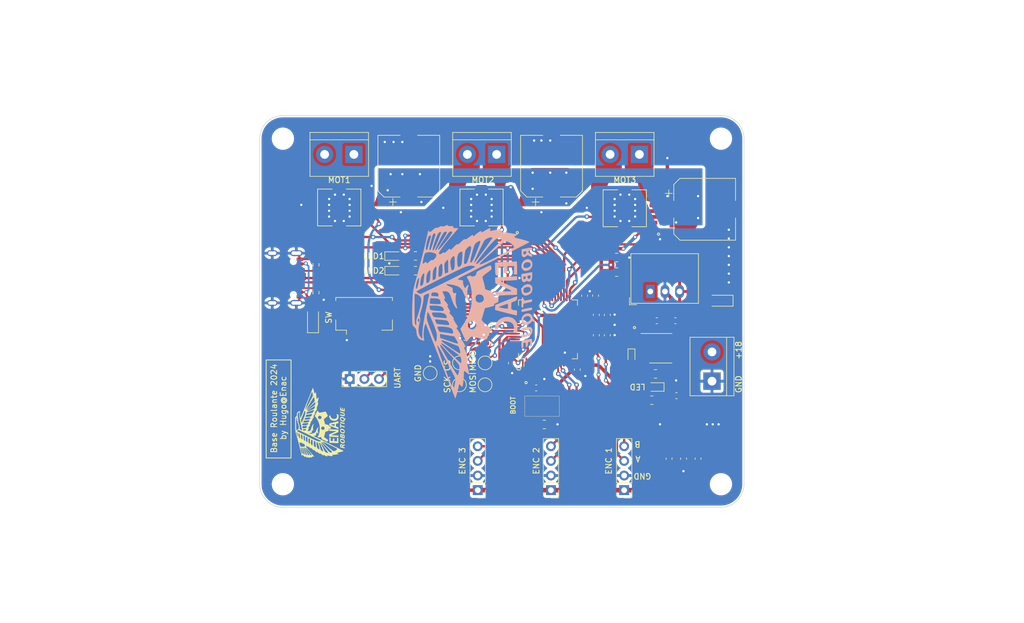
<source format=kicad_pcb>
(kicad_pcb (version 20221018) (generator pcbnew)
  (layers (0 "F.Cu" signal) (31 "B.Cu" signal) (34 "B.Paste" user) (35 "F.Paste" user) (36 "B.SilkS" user "B.Silkscreen") (37 "F.SilkS" user "F.Silkscreen") (38 "B.Mask" user) (39 "F.Mask" user) (44 "Edge.Cuts" user))
  (net 0 "")
  (net 1 "+BATT")
  (net 2 "GND")
  (net 3 "+3.3V")
  (net 4 "+5V")
  (net 5 "Net-(D2-A)")
  (net 6 "VBUS")
  (net 7 "Enc2_A")
  (net 8 "Enc2_B")
  (net 9 "Enc3_A")
  (net 10 "Enc3_B")
  (net 11 "UART4_TX")
  (net 12 "UART4_RX")
  (net 13 "RST")
  (net 14 "SWCLK")
  (net 15 "SWDIO")
  (net 16 "USB_DP")
  (net 17 "USB_DM")
  (net 18 "Enc1_A")
  (net 19 "Enc1_B")
  (net 20 "DIS")
  (net 21 "MEAS_VBAT")
  (net 22 "LED2")
  (net 23 "/BOOT 0")
  (net 24 "LED1")
  (net 25 "SPI1_SCK")
  (net 26 "SPI1_MISO")
  (net 27 "SPI1_MOSI")
  (net 28 "SPI1_CS_IMU")
  (net 33 "OSCILATEUR")
  (net 49 "DIR2")
  (net 50 "DIR1")
  (net 51 "PWM1")
  (net 52 "PWM2")
  (net 53 "PWM3")
  (net 54 "DIR3")
  (net 55 "ERROR_FLAG")
  (net 58 "IMU_INT1")
  (net 60 "Net-(U2-SO)")
  (net 61 "Net-(U2-SI)")
  (net 62 "Net-(ALIM1-Pin_2)")
  (net 66 "Net-(LED1-A)")
  (net 67 "Net-(LED2-A)")
  (net 68 "Net-(MOT1-Pin_1)")
  (net 69 "Net-(MOT1-Pin_2)")
  (net 70 "Net-(MOT2-Pin_1)")
  (net 71 "Net-(MOT2-Pin_2)")
  (net 72 "Net-(MOT3-Pin_1)")
  (net 73 "Net-(MOT3-Pin_2)")
  (net 74 "Net-(Q2-G)")
  (net 75 "Net-(USB-C1-CC1)")
  (net 76 "Net-(USB-C1-CC2)")
  (net 79 "Net-(D5-A)")
  (footprint "LED_SMD:LED_0603_1608Metric_Pad1.05x0.95mm_HandSolder" (layer "F.Cu") (at 122.6005 93.928)
    (fp_text reference "LED2")
    (fp_text value "LED2")
  )
  (footprint "TestPoint:TestPoint_Pad_D2.0mm" (layer "F.Cu") (at 138.325 109.93 90)
    (fp_text reference "TP_MISO1" hide)
    (fp_text value "TestPoint" hide)
  )
  (footprint "ENAC_robotique:IFX9201SG" (layer "F.Cu") (at 137.7135 82.953 180)
    (fp_text reference "U2" hide)
    (fp_text value "~")
  )
  (footprint "ENAC_robotique:IFX9201SG" (layer "F.Cu") (at 113.03 82.953 180)
    (fp_text reference "U6" hide)
    (fp_text value "~")
  )
  (footprint "TerminalBlock:TerminalBlock_bornier-2_P5.08mm" (layer "F.Cu") (at 165.1 73.735 180)
    (fp_text reference "MOT3")
    (fp_text value "MOT3" hide)
  )
  (footprint "Connector_PinHeader_2.54mm:PinHeader_1x04_P2.54mm_Vertical" (layer "F.Cu") (at 149.755 132.028 180)
    (fp_text reference "ENC 2")
    (fp_text value "ENC2")
  )
  (footprint "Capacitor_SMD:C_0603_1608Metric" (layer "F.Cu") (at 144.167 97.129 -90)
    (fp_text reference "C8" hide)
    (fp_text value "100n")
  )
  (footprint "Resistor_SMD:R_0805_2012Metric" (layer "F.Cu") (at 161.1615 91.642)
    (fp_text reference "R4" hide)
    (fp_text value "10k")
  )
  (footprint "Package_SO:SOIC-8_3.9x4.9mm_P1.27mm" (layer "F.Cu") (at 168.805 107.39)
    (fp_text reference "Q2" hide)
    (fp_text value "IRF7424")
  )
  (footprint "ENAC_robotique:trou_stencil" (layer "F.Cu") (at 73.25 71 90)
    (fp_text reference "REF**" hide)
    (fp_text value "trou_stencil")
  )
  (footprint "Capacitor_SMD:C_0603_1608Metric" (layer "F.Cu") (at 134.761 106.5285)
    (fp_text reference "C16" hide)
    (fp_text value "100n" hide)
  )
  (footprint "Capacitor_SMD:C_0603_1608Metric" (layer "F.Cu") (at 159.534 105.13 -90)
    (fp_text reference "C14" hide)
    (fp_text value "100n")
  )
  (footprint "ENAC_robotique:USB-C_HRO_C-31-M-12" (layer "F.Cu") (at 101.405 95.202 -90)
    (fp_text reference "USB-C1")
    (fp_text value "USB-C_12pin")
  )
  (footprint "ENAC_robotique:LM3940IMP" (layer "F.Cu") (at 173.402 120.598)
    (fp_text reference "Transfo5->3.3")
    (fp_text value "LM3940IMP-3.3")
  )
  (footprint "MountingHole:MountingHole_3.2mm_M3" (layer "F.Cu") (at 179.25 131 90)
    (fp_text reference "H4" hide)
    (fp_text value "MountingHole")
  )
  (footprint "TestPoint:TestPoint_Pad_D2.0mm" (layer "F.Cu") (at 133.88 113.74 90)
    (fp_text reference "TP_SCK1" hide)
    (fp_text value "TestPoint" hide)
  )
  (footprint "Resistor_SMD:R_0805_2012Metric" (layer "F.Cu") (at 167.2575 116.407 180)
    (fp_text reference "R5" hide)
    (fp_text value "osef")
  )
  (footprint "Capacitor_SMD:C_0603_1608Metric" (layer "F.Cu") (at 155.597 98.259 -90)
    (fp_text reference "C9" hide)
    (fp_text value "100n")
  )
  (footprint "ENAC_robotique:SWITCH_DTSM31NV" (layer "F.Cu") (at 148.202 117.449 180)
    (fp_text reference "SWITCH1" hide)
    (fp_text value "SW_Push" hide)
  )
  (footprint "Diode_SMD:Nexperia_CFP3_SOD-123W" (layer "F.Cu") (at 179.089 99.135 180)
    (fp_text reference "D2" hide)
    (fp_text value "D")
  )
  (footprint "Capacitor_SMD:C_0603_1608Metric" (layer "F.Cu") (at 159.534 101.6 -90)
    (fp_text reference "C12" hide)
    (fp_text value "10n")
  )
  (footprint "Resistor_SMD:R_0805_2012Metric" (layer "F.Cu") (at 167.8925 111.835)
    (fp_text reference "R2" hide)
    (fp_text value "10k")
  )
  (footprint "MountingHole:MountingHole_3.2mm_M3" (layer "F.Cu") (at 103.25 71 90)
    (fp_text reference "H2" hide)
    (fp_text value "MountingHole")
  )
  (footprint "Resistor_SMD:R_0603_1608Metric" (layer "F.Cu") (at 108.988 97.738 -90)
    (fp_text reference "R8" hide)
    (fp_text value "5.1K")
  )
  (footprint "Diode_SMD:D_SOD-523" (layer "F.Cu") (at 163.725 108.66 -90)
    (fp_text reference "ZENER1" hide)
    (fp_text value "D_Zener")
  )
  (footprint "TestPoint:TestPoint_Pad_D2.0mm" (layer "F.Cu") (at 128.8 111.708 90)
    (fp_text reference "TP_GND1" hide)
    (fp_text value "TestPoint" hide)
  )
  (footprint "Package_QFP:LQFP-64_10x10mm_P0.5mm" (layer "F.Cu") (at 149.247 104.114 90)
    (fp_text reference "U1" hide)
    (fp_text value "STM32G484RETx" hide)
  )
  (footprint "Capacitor_SMD:C_0603_1608Metric" (layer "F.Cu") (at 170.252 126.566 -90)
    (fp_text reference "C22" hide)
    (fp_text value "10u")
  )
  (footprint "LED_SMD:LED_0603_1608Metric" (layer "F.Cu") (at 167.8905 114.121 180)
    (fp_text reference "D5" hide)
    (fp_text value "LED_ALIM")
  )
  (footprint "MountingHole:MountingHole_3.2mm_M3" (layer "F.Cu") (at 179.25 71 90)
    (fp_text reference "H3" hide)
    (fp_text value "MountingHole")
  )
  (footprint "Resistor_SMD:R_0805_2012Metric" (layer "F.Cu") (at 142.262 96.976 90)
    (fp_text reference "R1" hide)
    (fp_text value "10k" hide)
  )
  (footprint "Capacitor_SMD:C_0603_1608Metric" (layer "F.Cu") (at 168.123 102.6125)
    (fp_text reference "C23" hide)
    (fp_text value "10u")
  )
  (footprint "Capacitor_SMD:CP_Elec_10x12.5" (layer "F.Cu") (at 125.095 75.776 90)
    (fp_text reference "C2" hide)
    (fp_text value "100u")
  )
  (footprint "Resistor_SMD:R_0603_1608Metric" (layer "F.Cu") (at 108.988 92.912 90)
    (fp_text reference "R7" hide)
    (fp_text value "5.1K")
  )
  (footprint "ENAC_robotique:trou_stencil" (layer "F.Cu") (at 73.25 131 90)
    (fp_text reference "REF**")
    (fp_text value "trou_stencil")
  )
  (footprint "Capacitor_SMD:CP_Elec_10x12.5" (layer "F.Cu") (at 176.425 83.26)
    (fp_text reference "C6" hide)
    (fp_text value "100u")
  )
  (footprint "Capacitor_SMD:C_0603_1608Metric" (layer "F.Cu") (at 157.502 98.259 -90)
    (fp_text reference "C11" hide)
    (fp_text value "4.7u")
  )
  (footprint "Resistor_SMD:R_0805_2012Metric" (layer "F.Cu") (at 161.1615 94.182 180)
    (fp_text reference "R3" hide)
    (fp_text value "53k")
  )
  (footprint "Connector_PinHeader_2.54mm:PinHeader_1x03_P2.54mm_Vertical" (layer "F.Cu") (at 114.845 112.724 90)
    (fp_text reference "UART4" hide)
    (fp_text value "Conn_01x03_Pin")
  )
  (footprint "Capacitor_SMD:C_0603_1608Metric" (layer "F.Cu") (at 134.761 104.7835)
    (fp_text reference "C17" hide)
    (fp_text value "100n" hide)
  )
  (footprint "Connector_PinHeader_2.54mm:PinHeader_1x04_P2.54mm_Vertical" (layer "F.Cu") (at 162.455 132.028 180)
    (fp_text reference "ENC 1")
    (fp_text value "ENC1")
  )
  (footprint "Connector_PinHeader_2.54mm:PinHeader_1x04_P2.54mm_Vertical" (layer "F.Cu") (at 137.055 132.028 180)
    (fp_text reference "ENC 3")
    (fp_text value "ENC3")
  )
  (footprint "Capacitor_SMD:C_0603_1608Metric" (layer "F.Cu") (at 172.762 126.566 -90)
    (fp_text reference "C21" hide)
    (fp_text value "10u")
  )
  (footprint "Capacitor_SMD:C_0603_1608Metric" (layer "F.Cu") (at 157.629 105.13 -90)
    (fp_text reference "C15" hide)
    (fp_text value "1u")
  )
  (footprint "Converter_DCDC:Converter_DCDC_RECOM_R-78E-0.5_THT" (layer "F.Cu") (at 166.993 97.5325)
    (fp_text reference "Transfo18->5" hide)
    (fp_text value "R-78E5.0-1.0")
  )
  (footprint "TestPoint:TestPoint_Pad_D2.0mm" (layer "F.Cu") (at 138.325 113.74 90)
    (fp_text reference "TP_MOSI1" hide)
    (fp_text value "TestPoint" hide)
  )
  (footprint "Capacitor_SMD:C_0603_1608Metric" (layer "F.Cu") (at 171.345 102.6125 180)
    (fp_text reference "C24" hide)
    (fp_text value "10u")
  )
  (footprint "ENAC_robotique:Osc_ASCO" (layer "F.Cu") (at 146.707 112.134)
    (fp_text reference "QUARTZ1")
    (fp_text value "ASCO")
  )
  (footprint "LED_SMD:LED_0603_1608Metric_Pad1.05x0.95mm_HandSolder" (layer "F.Cu") (at 122.591 91.388)
    (fp_text reference "LED1")
    (fp_text value "LED1")
  )
  (footprint "Capacitor_SMD:C_0603_1608Metric" (layer "F.Cu") (at 147.202 114.274)
    (fp_text reference "C18" hide)
    (fp_text value "100n")
  )
  (footprint "Capacitor_SMD:C_0603_1608Metric" (layer "F.Cu") (at 154.327 111.099 90)
    (fp_text reference "C7" hide)
    (fp_text value "100n")
  )
  (footprint "TerminalBlock:TerminalBlock_bornier-2_P5.08mm" (layer "F.Cu") (at 177.695 113.105 90)
    (fp_text reference "ALIM1" hide)
    (fp_text value "ALIM")
  )
  (footprint "Capacitor_SMD:C_0603_1608Metric" (layer "F.Cu") (at 142.897 109.969 90)
    (fp_text reference "C10" hide)
    (fp_text value "100n")
  )
  (footprint "Capacitor_SMD:C_0603_1608Metric" (layer "F.Cu") (at 175.272 126.566 -90)
    (fp_text reference "C20" hide)
    (fp_text value "10u")
  )
  (footprint "ENAC_robotique:logo_enac_mini" (layer "F.Cu") (at 109.348736 121.326355 90)
    (fp_text reference "G***" hide)
    (fp_text value "LOGO" hide)
  )
  (footprint "Diode_SMD:Nexperia_CFP3_SOD-123W" (layer "F.Cu") (at 108.48 102.44 90)
    (fp_text reference "D3" hide)
    (fp_text value "D")
  )
  (footprint "Capacitor_SMD:C_0603_1608Metric" (layer "F.Cu") (at 157.629 101.6 -90)
    (fp_text reference "C13" hide)
    (fp_text value "1u")
  )
  (footprint "Resistor_SMD:R_0805_2012Metric" (layer "F.Cu") (at 126.26 93.928 180)
    (fp_text reference "R6" hide)
    (fp_text value "osef")
  )
  (footprint "Capacitor_SMD:CP_Elec_10x12.5" (layer "F.Cu") (at 149.86 75.776 90)
    (fp_text reference "C4" hide)
    (fp_text value "100u")
  )
  (footprint "ENAC_robotique:IFX9201SG" (layer "F.Cu") (at 162.56 83.08 180)
    (fp_text reference "U3" hide)
    (fp_text value "~")
  )
  (footprint "MountingHole:MountingHole_3.2mm_M3" (layer "F.Cu") (at 103.25 131 90)
    (fp_text reference "H1" hide)
    (fp_text value "MountingHole")
  )
  (footprint "Resistor_SMD:R_0805_2012Metric" (layer "F.Cu") (at 126.2505 91.354 180)
    (fp_text reference "R10" hide)
    (fp_text value "osef")
  )
  (footprint "Connector_Molex:Molex_CLIK-Mate_502382-0570_1x05-1MP_P1.25mm_Vertical" (layer "F.Cu") (at 117.338 102.186)
    (fp_text reference "DEBUG1" hide)
    (fp_text value "DEBUG")
  )
  (footprint "Package_LGA:LGA-14_3x2.5mm_P0.5mm_LayoutBorder3x4y" (layer "F.Cu") (at 138.075 105.366 -90)
    (fp_text reference "IMU1" hide)
    (fp_text value "LSM6DSL")
  )
  (footprint "Capacitor_SMD:C_0603_1608Metric" (layer "F.Cu") (at 171.522 115.631)
    (fp_text reference "C19" hide)
    (fp_text value "470n")
  )
  (footprint "Capacitor_SMD:C_0603_1608Metric" (layer "F.Cu") (at 146.812 82.966 -90)
    (fp_text reference "C3" hide)
    (fp_text value "100n")
  )
  (footprint "Resistor_SMD:R_0805_2012Metric" (layer "F.Cu") (at 148.612 120.624)
    (fp_text reference "R9" hide)
    (fp_text value "40K")
  )
  (footprint "TerminalBlock:TerminalBlock_bornier-2_P5.08mm" (layer "F.Cu") (at 140.335 73.735 180)
    (fp_text reference "MOT2")
    (fp_text value "MOT2" hide)
  )
  (footprint "TestPoint:TestPoint_Pad_D2.0mm" (layer "F.Cu") (at 133.88 109.93 90)
    (fp_text reference "TP_CS1" hide)
    (fp_text value "TestPoint" hide)
  )
  (footprint "Capacitor_SMD:C_0603_1608Metric" (layer "F.Cu") (at 121.92 82.966 -90)
    (fp_text reference "C1" hide)
    (fp_text value "100n")
  )
  (footprint "TerminalBlock:TerminalBlock_bornier-2_P5.08mm" (layer "F.Cu") (at 115.57 73.735 180)
    (fp_text reference "MOT1")
    (fp_text value "MOT1")
  )
  (footprint "Capacitor_SMD:C_0603_1608Metric" (layer "F.Cu") (at 169.44 86.435 -90)
    (fp_text reference "C5" hide)
    (fp_text value "100n")
  )
  (footprint "library:logo" (layer "B.Cu") (at 136.25 101 -90)
    (fp_text reference "G***" hide)
    (fp_text value "LOGO" hide)
  )
  (gr_rect (start 100.352 126.44) (end 104.67 109.422) (stroke (width 0.15)) (fill none) (layer "F.SilkS"))
  (gr_circle (center 164.25 103.80438) (end 164.10121 103.67738) (stroke (width 0.15)) (fill none) (layer "F.SilkS"))
  (gr_circle (center 144.167 110.819) (end 143.913 110.565) (stroke (width 0.15)) (fill none) (layer "F.SilkS"))
  (gr_circle (center 145.437 113.359) (end 145.28821 113.232) (stroke (width 0.15)) (fill none) (layer "F.SilkS"))
  (gr_circle (center 168.424 87.578) (end 168.27521 87.451) (stroke (width 0.15)) (fill none) (layer "F.SilkS"))
  (gr_circle (center 143.913 87.324) (end 143.76421 87.197) (stroke (width 0.15)) (fill none) (layer "F.SilkS"))
  (gr_circle (center 119.148 87.324) (end 118.99921 87.197) (stroke (width 0.15)) (fill none) (layer "F.SilkS"))
  (gr_circle (center 139.468 103.326) (end 139.31921 103.199) (stroke (width 0.15)) (fill none) (layer "F.SilkS"))
  (gr_arc (start 99.25 71) (mid 100.421573 68.171573) (end 103.25 67) (stroke (width 0.1)) (layer "Edge.Cuts"))
  (gr_arc (start 179.25 67) (mid 182.078427 68.171573) (end 183.25 71) (stroke (width 0.1)) (layer "Edge.Cuts"))
  (gr_line (start 183.25 131) (end 183.25 71) (stroke (width 0.1)) (layer "Edge.Cuts"))
  (gr_line (start 103.25 135) (end 179.25 135) (stroke (width 0.1)) (layer "Edge.Cuts"))
  (gr_line (start 179.25 67) (end 103.25 67) (stroke (width 0.1)) (layer "Edge.Cuts"))
  (gr_arc (start 103.25 135) (mid 100.421573 133.828427) (end 99.25 131) (stroke (width 0.1)) (layer "Edge.Cuts"))
  (gr_arc (start 183.25 131) (mid 182.078427 133.828427) (end 179.25 135) (stroke (width 0.1)) (layer "Edge.Cuts"))
  (gr_line (start 99.25 71) (end 99.25 131) (stroke (width 0.1)) (layer "Edge.Cuts"))
  (gr_text "B" (at 165.376 123.46 180) (layer "F.SilkS") (effects (font (size 1 1) (thickness 0.16)) (justify left bottom)))
  (gr_text "+18\n" (at 182.902 109.422 90) (layer "F.SilkS") (effects (font (size 1 1) (thickness 0.16)) (justify left bottom)))
  (gr_text "Base Roulante 2024\n   by Hugo@Enac" (at 103.908 125.678 90) (layer "F.SilkS") (effects (font (size 1 1) (thickness 0.16)) (justify left bottom)))
  (gr_text "GND" (at 182.902 115.264 90) (layer "F.SilkS") (effects (font (size 1 1) (thickness 0.16)) (justify left bottom)))
  (gr_text "SW" (at 111.782 103.199 90) (layer "F.SilkS") (effects (font (size 1 1) (thickness 0.16)) (justify left bottom)))
  (gr_text "BOOT" (at 143.659 118.947 90) (layer "F.SilkS") (effects (font (size 0.8 0.8)) (justify left bottom)))
  (gr_text "UART" (at 123.72 114.502 90) (layer "F.SilkS") (effects (font (size 1 1) (thickness 0.16)) (justify left bottom)))
  (gr_text "MISO" (at 136.801 111.454 90) (layer "F.SilkS") (effects (font (size 1 1) (thickness 0.16)) (justify left bottom)))
  (gr_text "A" (at 165.376 126 180) (layer "F.SilkS") (effects (font (size 1 1) (thickness 0.16)) (justify left bottom)))
  (gr_text "CS" (at 132.356 111.454 90) (layer "F.SilkS") (effects (font (size 1 1) (thickness 0.16)) (justify left bottom)))
  (gr_text "SCK" (at 132.356 115.264 90) (layer "F.SilkS") (effects (font (size 1 1) (thickness 0.16)) (justify left bottom)))
  (gr_text "GND" (at 127.276 113.359 90) (layer "F.SilkS") (effects (font (size 1 1) (thickness 0.16)) (justify left bottom)))
  (gr_text "LED" (at 166.25 113.5 180) (layer "F.SilkS") (effects (font (size 1 1) (thickness 0.16)) (justify left bottom)))
  (gr_text "MOSI" (at 136.801 115.264 90) (layer "F.SilkS") (effects (font (size 1 1) (thickness 0.16)) (justify left bottom)))
  (gr_text "GND" (at 167.25 129 180) (layer "F.SilkS") (effects (font (size 1 1) (thickness 0.16)) (justify left bottom)))
  (segment (start 171.837893 82.872893) (end 172.225 83.26) (width 0.6) (layer "F.Cu") (net 1))
  (segment (start 122.721893 82.160107) (end 125.095 79.787) (width 0.6) (layer "F.Cu") (net 1))
  (segment (start 162.074 94.182) (end 165.376 94.182) (width 0.8) (layer "F.Cu") (net 1))
  (segment (start 142.6885 82.453) (end 146.779786 82.453) (width 0.6) (layer "F.Cu") (net 1))
  (segment (start 147.486893 82.160107) (end 149.86 79.787) (width 0.6) (layer "F.Cu") (net 1))
  (segment (start 166.8175 97.357) (end 166.993 97.5325) (width 0.6) (layer "F.Cu") (net 1))
  (segment (start 118.005 82.453) (end 122.014786 82.453) (width 0.6) (layer "F.Cu") (net 1))
  (segment (start 167.535 82.58) (end 171.130786 82.58) (width 0.6) (layer "F.Cu") (net 1))
  (via (at 152.422 82.244) (size 0.8) (drill 0.4) (layers "F.Cu" "B.Cu") (net 1))
  (via (at 123.974 77.164) (size 0.8) (drill 0.4) (layers "F.Cu" "B.Cu") (net 1))
  (via (at 175.282 80.974) (size 0.8) (drill 0.4) (layers "F.Cu" "B.Cu") (net 1))
  (via (at 146.58 76.91) (size 0.8) (drill 0.4) (layers "F.Cu" "B.Cu") (net 1))
  (via (at 127.022 77.164) (size 0.8) (drill 0.4) (layers "F.Cu" "B.Cu") (net 1))
  (via (at 127.276 81.99) (size 0.8) (drill 0.4) (layers "F.Cu" "B.Cu") (net 1))
  (via (at 152.422 76.91) (size 0.8) (drill 0.4) (layers "F.Cu" "B.Cu") (net 1))
  (via (at 121.434 79.958) (size 0.8) (drill 0.4) (layers "F.Cu" "B.Cu") (net 1))
  (via (at 149.628 76.91) (size 0.8) (drill 0.4) (layers "F.Cu" "B.Cu") (net 1))
  (via (at 169.948 80.974) (size 0.8) (drill 0.4) (layers "F.Cu" "B.Cu") (net 1))
  (via (at 121.942 77.164) (size 0.8) (drill 0.4) (layers "F.Cu" "B.Cu") (net 1))
  (via (at 175.282 84.784) (size 0.8) (drill 0.4) (layers "F.Cu" "B.Cu") (net 1))
  (via (at 171.472 85.546) (size 0.8) (drill 0.4) (layers "F.Cu" "B.Cu") (net 1))
  (via (at 146.58 79.704) (size 0.8) (drill 0.4) (layers "F.Cu" "B.Cu") (net 1))
  (arc (start 171.837893 82.872893) (mid 171.51347 82.65612) (end 171.130786 82.58) (width 0.6) (layer "F.Cu") (net 1))
  (arc (start 146.779786 82.453) (mid 147.162469 82.37688) (end 147.486893 82.160107) (width 0.6) (layer "F.Cu") (net 1))
  (arc (start 122.721893 82.160107) (mid 122.39747 82.37688) (end 122.014786 82.453) (width 0.6) (layer "F.Cu") (net 1))
  (segment (start 114.545107 105.774893) (end 114.34 105.98) (width 0.4) (layer "F.Cu") (net 2))
  (segment (start 155.597 97.484) (end 156.486 97.484) (width 0.6) (layer "F.Cu") (net 2))
  (segment (start 122.45 71.576) (end 120.926 71.576) (width 2) (layer "F.Cu") (net 2))
  (segment (start 149.563 71.387) (end 148.169 71.387) (width 2) (layer "F.Cu") (net 2))
  (segment (start 138.391149 103.38429) (end 138.325 103.450439) (width 0.25) (layer "F.Cu") (net 2))
  (segment (start 147.977 113.254) (end 148.082 113.254) (width 0.6) (layer "F.Cu") (net 2))
  (segment (start 144.167 95.325) (end 144.294 95.198) (width 0.6) (layer "F.Cu") (net 2))
  (segment (start 180.616 92.912) (end 180.625 92.921) (width 2) (layer "F.Cu") (net 2))
  (segment (start 118.005 80.453) (end 118.005 80.245214) (width 0.6) (layer "F.Cu") (net 2))
  (segment (start 171.079893 113.370107) (end 171.472 112.978) (width 0.6) (layer "F.Cu") (net 2))
  (segment (start 167.548 80.58) (end 167.535 80.58) (width 0.6) (layer "F.Cu") (net 2))
  (segment (start 125.095 71.576) (end 123.974 71.576) (width 2) (layer "F.Cu") (net 2))
  (segment (start 106.493 82.453) (end 106.448 82.498) (width 0.6) (layer "F.Cu") (net 2))
  (segment (start 160.301893 101.117893) (end 160.732 101.548) (width 1) (layer "F.Cu") (net 2))
  (segment (start 160.804 101.548) (end 160.804 101.62) (width 1) (layer "F.Cu") (net 2))
  (segment (start 121.716 93.9185) (end 121.7255 93.928) (width 0.8) (layer "F.Cu") (net 2))
  (segment (start 157.629 105.905) (end 156.679418 104.955418) (width 0.4) (layer "F.Cu") (net 2))
  (segment (start 108.988 98.563) (end 109.508786 98.563) (width 0.4) (layer "F.Cu") (net 2))
  (segment (start 156.486 97.484) (end 157.502 97.484) (width 0.6) (layer "F.Cu") (net 2))
  (segment (start 106.224 91.908) (end 106.18 91.952) (width 0.4) (layer "F.Cu") (net 2))
  (segment (start 160.804 101.62) (end 160.804 101.62) (width 1) (layer "F.Cu") (net 2))
  (segment (start 157.585 83.006) (end 157.585 83.58) (width 0.8) (layer "F.Cu") (net 2))
  (segment (start 121.716 91.388) (end 121.716 93.9185) (width 0.8) (layer "F.Cu") (net 2))
  (segment (start 128.927 111.835) (end 128.8 111.708) (width 0.6) (layer "F.Cu") (net 2))
  (segment (start 144.765968 96.354) (end 144.167 96.354) (width 0.3) (layer "F.Cu") (net 2))
  (segment (start 177.822 120.598) (end 178.838 120.598) (width 2) (layer "F.Cu") (net 2))
  (segment (start 154.327 111.874) (end 154.967786 111.874) (width 0.6) (layer "F.Cu") (net 2))
  (segment (start 150.872 120.624) (end 150.898 120.598) (width 0.6) (layer "F.Cu") (net 2))
  (segment (start 172.762 127.341) (end 172.762 128.706) (width 0.6) (layer "F.Cu") (net 2))
  (segment (start 106.18 91.952) (end 106.18 91.891214) (width 0.4) (layer "F.Cu") (net 2))
  (segment (start 147.977 114.274) (end 147.977 113.254) (width 0.6) (layer "F.Cu") (net 2))
  (segment (start 180.616 90.88) (end 180.625 90.889) (width 2) (layer "F.Cu") (net 2))
  (segment (start 149.693 71.387) (end 149.628 71.322) (width 2) (layer "F.Cu") (net 2))
  (segment (start 154.922 100.864) (end 155.87083 100.864) (width 0.3) (layer "F.Cu") (net 2))
  (segment (start 162.074 91.642) (end 163.344 91.642) (width 1) (layer "F.Cu") (net 2))
  (segment (start 180.625 89.347) (end 180.616 89.356) (width 2) (layer "F.Cu") (net 2))
  (segment (start 148.082 113.254) (end 148.612 112.724) (width 0.6) (layer "F.Cu") (net 2))
  (segment (start 145.997 98.439) (end 145.997 97.585032) (width 0.3) (layer "F.Cu") (net 2))
  (segment (start 169.655107 78.472893) (end 167.548 80.58) (width 0.6) (layer "F.Cu") (net 2))
  (segment (start 180.625 83.26) (end 180.625 89.347) (width 2) (layer "F.Cu") (net 2))
  (segment (start 168.898 102.6125) (end 170.57 102.6125) (width 0.6) (layer "F.Cu") (net 2))
  (segment (start 132.7385 83.453) (end 132.7385 83.006) (width 0.8) (layer "F.Cu") (net 2))
  (segment (start 175.272 127.341) (end 172.762 127.341) (width 0.6) (layer "F.Cu") (net 2))
  (segment (start 142.6885 80.453) (end 142.6885 79.5315) (width 0.6) (layer "F.Cu") (net 2))
  (segment (start 157.585 82.58) (end 157.585 83.006) (width 0.8) (layer "F.Cu") (net 2))
  (segment (start 170.252 127.341) (end 172.762 127.341) (width 0.6) (layer "F.Cu") (net 2))
  (segment (start 160.804 101.802) (end 160.804 103.326) (width 1) (layer "F.Cu") (net 2))
  (segment (start 108.055 82.453) (end 106.493 82.453) (width 0.6) (layer "F.Cu") (net 2))
  (segment (start 138.452 103.326) (end 138.449439 103.326) (width 0.25) (layer "F.Cu") (net 2))
  (segment (start 160.804 103.326) (end 160.804 104.85) (width 1) (layer "F.Cu") (net 2))
  (segment (start 180.625 92.921) (end 180.625 94.427) (width 2) (layer "F.Cu") (net 2))
  (segment (start 176.806 120.598) (end 177.822 120.598) (width 2) (layer "F.Cu") (net 2))
  (segment (start 105.887107 99.219893) (end 105.585 99.522) (width 0.4) (layer "F.Cu") (net 2))
  (segment (start 170.787 114.121) (end 170.787 114.077214) (width 0.6) (layer "F.Cu") (net 2))
  (segment (start 180.625 90.889) (end 180.625 92.903) (width 2) (layer "F.Cu") (net 2))
  (segment (start 137.825 104.2035) (end 138.325 104.2035) (width 0.25) (layer "F.Cu") (net 2))
  (segment (start 180.625 90.871) (end 180.616 90.88) (width 2) (layer "F.Cu") (net 2))
  (segment (start 133.986 106.5285) (end 133.986 104.7835) (width 0.8) (layer "F.Cu") (net 2))
  (segment (start 123.974 71.576) (end 122.45 71.576) (width 2) (layer "F.Cu") (net 2))
  (segment (start 180.625 95.951) (end 180.616 95.96) (width 2) (layer "F.Cu") (net 2))
  (segment (start 160.804 105.104) (end 160.804 105.11) (width 1) (layer "F.Cu") (net 2))
  (segment (start 180.625 94.445) (end 180.625 95.951) (width 2) (layer "F.Cu") (net 2))
  (segment (start 138.449439 103.326) (end 138.391149 103.38429) (width 0.25) (layer "F.Cu") (net 2))
  (segment (start 132.7385 83.006) (end 131.086 83.006) (width 0.8) (layer "F.Cu") (net 2))
  (segment (start 149.5245 120.624) (end 150.872 120.624) (width 0.6) (layer "F.Cu") (net 2))
  (segment (start 159.534 100.825) (end 159.594786 100.825) (width 1) (layer "F.Cu") (net 2))
  (segment (start 176.552 120.598) (end 176.806 120.598) (width 2) (layer "F.Cu") (net 2))
  (segment (start 180.625 92.903) (end 180.616 92.912) (width 2) (layer "F.Cu") (net 2))
  (segment (start 108.809 91.908) (end 108.34 91.908) (width 0.4) (layer "F.Cu") (net 2))
  (segment (start 159.594786 105.905) (end 159.534 105.905) (width 1) (layer "F.Cu") (net 2))
  (segment (start 108.055 81.453) (end 108.055 83.453) (width 0.6) (layer "F.Cu") (net 2))
  (segment (start 157.629 100.825) (end 155.90983 100.825) (width 0.4) (layer "F.Cu") (net 2))
  (segment (start 128.8 111.708) (end 128.8 108.66) (width 0.8) (layer "F.Cu") (net 2))
  (segment (start 148.169 71.387) (end 148.104 71.322) (width 2) (layer "F.Cu") (net 2))
  (segment (start 148.039 71.387) (end 146.899 71.387) (width 2) (layer "F.Cu") (net 2))
  (segment (start 154.922 102.864) (end 155.80012 102.864) (width 0.3) (layer "F.Cu") (net 2))
  (segment (start 145.704107 96.877925) (end 145.473075 96.646893) (width 0.3) (layer "F.Cu") (net 2))
  (segment (start 149.628 71.322) (end 149.563 71.387) (width 2) (layer "F.Cu") (net 2))
  (segment (start 160.804 104.85) (end 160.804 105.104) (width 1) (layer "F.Cu") (net 2))
  (segment (start 180.616 94.436) (end 180.625 94.445) (width 2) (layer "F.Cu") (net 2))
  (segment (start 143.572 107.364) (end 144.665869 107.364) (width 0.3) (layer "F.Cu") (net 2))
  (segment (start 156.386525 104.248311) (end 156.386525 102.917474) (width 0.4) (layer "F.Cu") (net 2))
  (segment (start 110.215893 98.855893) (end 110.34 98.98) (width 0.4) (layer "F.Cu") (net 2))
  (segment (start 144.665869 107.364) (end 144.926795 107.624926) (width 0.3) (layer "F.Cu") (net 2))
  (segment (start 142.6885 79.5315) (end 142.77 79.45) (width 0.6) (layer "F.Cu") (net 2))
  (segment (start 106.18 98.452) (end 106.18 98.512786) (width 0.4) (layer "F.Cu") (net 2))
  (segment (start 128.927 111.581) (end 128.8 111.708) (width 0.6) (layer "F.Cu") (net 2))
  (segment (start 155.87083 100.864) (end 155.90983 100.825) (width 0.3) (layer "F.Cu") (net 2))
  (segment (start 157.585 83.006) (end 155.978 83.006) (width 0.8) (layer "F.Cu") (net 2))
  (segment (start 118.297893 79.538107) (end 118.64 79.196) (width 0.6) (layer "F.Cu") (net 2))
  (segment (start 180.616 89.356) (end 180.625 89.365) (width 2) (layer "F.Cu") (net 2))
  (segment (start 157.629 100.825) (end 159.534 100.825) (width 1) (layer "F.Cu") (net 2))
  (segment (start 160.732 101.548) (end 160.804 101.548) (width 1) (layer "F.Cu") (net 2))
  (segment (start 170.277107 98.276607) (end 169.533 97.5325) (width 0.6) (layer "F.Cu") (net 2))
  (segment (start 138.325 103.450439) (end 138.325 104.2035) (width 0.25) (layer "F.Cu") (net 2))
  (segment (start 137.1625 105.612) (end 137.1625 105.366) (width 0.25) (layer "F.Cu") (net 2))
  (segment (start 123.693 83.741) (end 123.72 83.768) (width 0.6) (layer "F.Cu") (net 2))
  (segment (start 169.44 87.21) (end 169.44 87.290786) (width 0.8) (layer "F.Cu") (net 2))
  (segment (start 170.57 102.6125) (end 170.57 98.983714) (width 0.6) (layer "F.Cu") (net 2))
  (segment (start 168.805 113.994) (end 168.678 114.121) (width 0.6) (layer "F.Cu") (net 2))
  (segment (start 155.674893 112.166893) (end 155.724 112.216) (width 0.6) (layer "F.Cu") (net 2))
  (segment (start 114.838 104.136) (end 114.838 105.067786) (width 0.4) (layer "F.Cu") (net 2))
  (segment (start 108.34 91.908) (end 106.224 91.908) (width 0.4) (layer "F.Cu") (net 2))
  (segment (start 146.769 71.387) (end 146.645 71.387) (width 2) (layer "F.Cu") (net 2))
  (segment (start 160.804 105.11) (end 160.301893 105.612107) (width 1) (layer "F.Cu") (net 2))
  (segment (start 146.812 83.741) (end 148.077 83.741) (width 0.8) (layer "F.Cu") (net 2))
  (segment (start 108.988 92.087) (end 108.809 91.908) (width 0.4) (layer "F.Cu") (net 2))
  (segment (start 170.787 114.121) (end 168.678 114.121) (width 0.6) (layer "F.Cu") (net 2))
  (segment (start 137.1625 105.866) (end 137.1625 105.612) (width 0.25) (layer "F.Cu") (net 2))
  (segment (start 148.104 71.322) (end 148.039 71.387) (width 2) (layer "F.Cu") (net 2))
  (segment (start 170.252 120.598) (end 168.678 120.598) (width 1) (layer "F.Cu") (net 2))
  (segment (start 168.805 111.835) (end 168.805 113.994) (width 0.6) (layer "F.Cu") (net 2))
  (segment (start 152.204107 108.188107) (end 152.168 108.152) (width 0.3) (layer "F.Cu") (net 2))
  (segment (start 169.147107 87.997893) (end 168.678 88.467) (width 0.8) (layer "F.Cu") (net 2))
  (segment (start 156.386525 102.917474) (end 155.924304 102.917474) (width 0.4) (layer "F.Cu") (net 2))
  (segment (start 149.86 71.387) (end 149.693 71.387) (width 2) (layer "F.Cu") (net 2))
  (segment (start 132.7385 83.006) (end 132.7385 82.453) (width 0.8) (layer "F.Cu") (net 2))
  (segment (start 144.167 96.354) (end 144.167 95.325) (width 0.6) (layer "F.Cu") (net 2))
  (segment (start 146.834 71.322) (end 146.769 71.387) (width 2) (layer "F.Cu") (net 2))
  (segment (start 160.804 101.62) (end 160.804 101.802) (width 1) (layer "F.Cu") (net 2))
  (segment (start 180.625 89.365) (end 180.625 90.871) (width 2) (layer "F.Cu") (net 2))
  (segment (start 157.629 105.905) (end 159.534 105.905) (width 1) (layer "F.Cu") (net 2))
  (segment (start 142.897 110.744) (end 142.897 111.581) (width 0.6) (layer "F.Cu") (net 2))
  (segment (start 180.625 94.427) (end 180.616 94.436) (width 2) (layer "F.Cu") (net 2))
  (segment (start 146.899 71.387) (end 146.834 71.322) (width 2) (layer "F.Cu") (net 2))
  (segment (start 147.977 113.254) (end 147.257 112.534) (width 0.6) (layer "F.Cu") (net 2))
  (segment (start 137.1625 105.612) (end 136.42 105.612) (width 0.25) (layer "F.Cu") (net 2))
  (segment (start 152.497 109.789) (end 152.497 108.895214) (width 0.3) (layer "F.Cu") (net 2))
  (segment (start 148.077 83.741) (end 148.104 83.768) (width 0.8) (layer "F.Cu") (net 2))
  (segment (start 142.897 111.581) (end 143.024 111.708) (width 0.6) (layer "F.Cu") (net 2))
  (segment (start 172.297 115.631) (end 170.787 114.121) (width 0.6) (layer "F.Cu") (net 2))
  (segment (start 105.887107 91.184107) (end 105.585 90.882) (width 0.4) (layer "F.Cu") (net 2))
  (segment (start 169.948 74.37) (end 169.948 77.765786) (width 0.6) (layer "F.Cu") (net 2))
  (segment (start 172.762 128.706) (end 172.742 128.726) (width 0.6) (layer "F.Cu") (net 2))
  (segment (start 121.92 83.741) (end 123.693 83.741) (width 0.6) (layer "F.Cu") (net 2))
  (via (at 148.104 71.322) (size 0.8) (drill 0.4) (layers "F.Cu" "B.Cu") (net 2))
  (via (at 136.42 105.612) (size 0.8) (drill 0.4) (layers "F.Cu" "B.Cu") (net 2))
  (via (at 178.838 120.598) (size 0.8) (drill 0.4) (layers "F.Cu" "B.Cu") (net 2))
  (via (at 128.8 108.787) (size 0.8) (drill 0.4) (layers "F.Cu" "B.Cu") (net 2))
  (via (at 131.086 83.006) (size 0.8) (drill 0.4) (layers "F.Cu" "B.Cu") (net 2))
  (via (at 138.391149 103.38429) (size 0.8) (drill 0.4) (layers "F.Cu" "B.Cu") (net 2))
  (via (at 113.814 85.292) (size 0.8) (drill 0.4) (layers "F.Cu" "B.Cu") (net 2))
  (via (at 139.468 84.53) (size 0.8) (drill 0.4) (layers "F.Cu" "B.Cu") (net 2))
  (via (at 112.29 85.292) (size 0.8) (drill 0.4) (layers "F.Cu" "B.Cu") (net 2))
  (via (at 160.804 83.514) (size 0.8) (drill 0.4) (layers "F.Cu" "B.Cu") (net 2))
  (via (at 172.742 128.726) (size 0.8) (drill 0.4) (layers "F.Cu" "B.Cu") (net 2))
  (via (at 164.36 81.482) (size 0.8) (drill 0.4) (layers "F.Cu" "B.Cu") (net 2))
  (via (at 139.468 81.482) (size 0.8) (drill 0.4) (layers "F.Cu" "B.Cu") (net 2))
  (via (at 149.628 71.322) (size 0.8) (drill 0.4) (layers "F.Cu" "B.Cu") (net 2))
  (via (at 164.36 84.53) (size 0.8) (drill 0.4) (layers "F.Cu" "B.Cu") (net 2))
  (via (at 139.468 82.498) (size 0.8) (drill 0.4) (layers "F.Cu" "B.Cu") (net 2))
  (via (at 155.724 112.216) (size 0.8) (drill 0.4) (layers "F.Cu" "B.Cu") (net 2))
  (via (at 180.616 91.388) (size 0.8) (drill 0.4) (layers "F.Cu" "B.Cu") (net 2))
  (via (at 163.344 80.72) (size 0.8) (drill 0.4) (layers "F.Cu" "B.Cu") (net 2))
  (via (at 176.806 120.598) (size 0.8) (drill 0.4) (layers "F.Cu" "B.Cu") (net 2))
  (via (at 156.486 97.484) (size 0.8) (drill 0.4) (layers "F.Cu" "B.Cu") (net 2))
  (via (at 114.83 83.514) (size 0.8) (drill 0.4) (layers "F.Cu" "B.Cu") (net 2))
  (via (at 148.612 112.724) (size 0.8) (drill 0.4) (layers "F.Cu" "B.Cu") (net 2))
  (via (at 135.912 83.514) (size 0.8) (drill 0.4) (layers "F.Cu" "B.Cu") (net 2))
  (via (at 163.344 85.292) (size 0.8) (drill 0.4) (layers "F.Cu" "B.Cu") (net 2))
  (via (at 138.452 85.292) (size 0.8) (drill 0.4) (layers "F.Cu" "B.Cu") (net 2))
  (via (at 120.926 71.576) (size 0.8) (drill 0.4) (layers "F.Cu" "B.Cu") (net 2))
  (via (at 122.45 71.576) (size 0.8) (drill 0.4) (layers "F.Cu" "B.Cu") (net 2))
  (via (at 135.912 84.53) (size 0.8) (drill 0.4) (layers "F.Cu" "B.Cu") (net 2))
  (via (at 135.912 82.498) (size 0.8) (drill 0.4) (layers "F.Cu" "B.Cu") (net 2))
  (via (at 106.448 82.498) (size 0.8) (drill 0.4) (layers "F.Cu" "B.Cu") (net 2))
  (via (at 161.82 80.72) (size 0.8) (drill 0.4) (layers "F.Cu" "B.Cu") (net 2))
  (via (at 168.678 120.598) (size 0.8) (drill 0.4) (layers "F.Cu" "B.Cu") (net 2))
  (via (at 171.472 112.978) (size 0.8) (drill 0.4) (layers "F.Cu" "B.Cu") (net 2))
  (via (at 163.344 91.642) (size 0.8) (drill 0.4) (layers "F.Cu" "B.Cu") (net 2))
  (via (at 180.616 94.436) (size 0.8) (drill 0.4) (layers "F.Cu" "B.Cu") (net 2))
  (via (at 169.948 74.37) (size 0.8) (drill 0.4) (layers "F.Cu" "B.Cu") (net 2))
  (via (at 123.72 83.768) (size 0.8) (drill 0.4) (layers "F.Cu" "B.Cu") (net 2))
  (via (at 110.34 98.98) (size 0.8) (drill 0.4) (layers "F.Cu" "B.Cu") (net 2))
  (via (at 180.616 92.912) (size 0.8) (drill 0.4) (layers "F.Cu" "B.Cu") (net 2))
  (via (at 164.36 83.514) (size 0.8) (drill 0.4) (layers "F.Cu" "B.Cu") (net 2))
  (via (at 168.678 88.467) (size 0.8) (drill 0.4) (layers "F.Cu" "B.Cu") (net 2))
  (via (at 160.804 81.482) (size 0.8) (drill 0.4) (layers "F.Cu" "B.Cu") (net 2))
  (via (at 138.452 80.72) (size 0.8) (drill 0.4) (layers "F.Cu" "B.Cu") (net 2))
  (via (at 123.974 71.576) (size 0.8) (drill 0.4) (layers "F.Cu" "B.Cu") (net 2))
  (via (at 142.77 79.45) (size 0.8) (drill 0.4) (layers "F.Cu" "B.Cu") (net 2))
  (via (at 139.468 83.514) (size 0.8) (drill 0.4) (layers "F.Cu" "B.Cu") (net 2))
  (via (at 180.616 95.96) (size 0.8) (drill 0.4) (layers "F.Cu" "B.Cu") (net 2))
  (via (at 114.83 84.53) (size 0.8) (drill 0.4) (layers "F.Cu" "B.Cu") (net 2))
  (via (at 160.804 101.548) (size 0.8) (drill 0.4) (layers "F.Cu" "B.Cu") (net 2))
  (via (at 136.928 80.72) (size 0.8) (drill 0.4) (layers "F.Cu" "B.Cu") (net 2))
  (via (at 180.616 88.34) (size 0.8) (drill 0.4) (layers "F.Cu" "B.Cu") (net 2))
  (via (at 177.822 120.598) (size 0.8) (drill 0.4) (layers "F.Cu" "B.Cu") (net 2))
  (via (at 160.804 82.498) (size 0.8) (drill 0.4) (layers "F.Cu" "B.Cu") (net 2))
  (via (at 180.616 89.864) (size 0.8) (drill 0.4) (layers "F.Cu" "B.Cu") (net 2))
  (via (at 146.834 71.322) (size 0.8) (drill 0.4) (layers "F.Cu" "B.Cu") (net 2))
  (via (at 148.104 83.768) (size 0.8) (drill 0.4) (layers "F.Cu" "B.Cu") (net 2))
  (via (at 155.978 83.006) (size 0.8) (drill 0.4) (layers "F.Cu" "B.Cu") (net 2))
  (via (at 150.898 120.598) (size 0.8) (drill 0.4) (layers "F.Cu" "B.Cu") (net 2))
  (via (at 135.912 81.482) (size 0.8) (drill 0.4) (layers "F.Cu" "B.Cu") (net 2))
  (via (at 160.804 103.326) (size 0.8) (drill 0.4) (layers "F.Cu" "B.Cu") (net 2))
  (via (at 160.804 84.53) (size 0.8) (drill 0.4) (layers "F.Cu" "B.Cu") (net 2))
  (via (at 160.804 105.104) (size 0.8) (drill 0.4) (layers "F.Cu" "B.Cu") (net 2))
  (via (at 111.274 84.53) (size 0.8) (drill 0.4) (layers "F.Cu" "B.Cu") (net 2))
  (via (at 180.616 86.816) (size 0.8) (drill 0.4) (layers "F.Cu" "B.Cu") (net 2))
  (via (at 113.814 80.72) (size 0.8) (drill 0.4) (layers "F.Cu" "B.Cu") (net 2))
  (via (at 121.716 92.658) (size 0.8) (drill 0.4) (layers "F.Cu" "B.Cu") (net 2))
  (via (at 111.274 82.498) (size 0.8) (drill 0.4) (layers "F.Cu" "B.Cu") (net 2))
  (via (at 144.294 95.198) (size 0.8) (drill 0.4) (layers "F.Cu" "B.Cu") (net 2))
  (via (at 144.926795 107.624926) (size 0.8) (drill 0.4) (layers "F.Cu" "B.Cu") (net 2))
  (via (at 136.928 85.292) (size 0.8) (drill 0.4) (layers "F.Cu" "B.Cu") (net 2))
  (via (at 111.274 81.482) (size 0.8) (drill 0.4) (layers "F.Cu" "B.Cu") (net 2))
  (via (at 114.83 81.482) (size 0.8) (drill 0.4) (layers "F.Cu" "B.Cu") (net 2))
  (via (at 164.36 82.498) (size 0.8) (drill 0.4) (layers "F.Cu" "B.Cu") (net 2))
  (via (at 118.64 79.196) (size 0.8) (drill 0.4) (layers "F.Cu" "B.Cu") (net 2))
  (via (at 128.8 109.676) (size 0.8) (drill 0.4) (layers "F.Cu" "B.Cu") (net 2))
  (via (at 152.168 108.152) (size 0.8) (drill 0.4) (layers "F.Cu" "B.Cu") (net 2))
  (via (at 112.29 80.72) (size 0.8) (drill 0.4) (layers "F.Cu" "B.Cu") (net 2))
  (via (at 114.83 82.498) (size 0.8) (drill 0.4) (layers "F.Cu" "B.Cu") (net 2))
  (via (at 161.82 85.292) (size 0.8) (drill 0.4) (layers "F.Cu" "B.Cu") (net 2))
  (via (at 133.986 105.612) (size 0.8) (drill 0.4) (layers "F.Cu" "B.Cu") (net 2))
  (via (at 111.274 83.514) (size 0.8) (drill 0.4) (layers "F.Cu" "B.Cu") (net 2))
  (via (at 143.024 111.708) (size 0.8) (drill 0.4) (layers "F.Cu" "B.Cu") (net 2))
  (via (at 114.34 105.98) (size 0.8) (drill 0.4) (layers "F.Cu" "B.Cu") (net 2))
  (arc (start 118.005 80.245214) (mid 118.08112 79.862531) (end 118.297893 79.538107) (width 0.6) (layer "F.Cu") (net 2))
  (arc (start 145.997 97.585032) (mid 145.92088 97.202349) (end 145.704107 96.877925) (width 0.3) (layer "F.Cu") (net 2))
  (arc (start 109.508786 98.563) (mid 109.891469 98.63912) (end 110.215893 98.855893) (width 0.4) (layer "F.Cu") (net 2))
  (arc (start 105.887107 99.219893) (mid 106.10388 98.89547) (end 106.18 98.512786) (width 0.4) (layer "F.Cu") (net 2))
  (arc (start 106.18 91.891214) (mid 106.10388 91.508531) (end 105.887107 91.184107) (width 0.4) (layer "F.Cu") (net 2))
  (arc (start 156.679418 104.955418) (mid 156.462645 104.630995) (end 156.386525 104.248311) (width 0.4) (layer "F.Cu") (net 2))
  (arc (start 171.079893 113.370107) (mid 170.86312 113.69453) (end 170.787 114.077214) (width 0.6) (layer "F.Cu") (net 2))
  (arc (start 159.594786 105.905) (mid 159.977469 105.82888) (end 160.301893 105.612107) (width 1) (layer "F.Cu") (net 2))
  (arc (start 170.277107 98.276607) (mid 170.49388 98.60103) (end 170.57 98.983714) (width 0.6) (layer "F.Cu") (net 2))
  (arc (start 114.545107 105.774893) (mid 114.76188 105.45047) (end 114.838 105.067786) (width 0.4) (layer "F.Cu") (net 2))
  (arc (start 160.301893 101.117893) (mid 159.97747 100.90112) (end 159.594786 100.825) (width 1) (layer "F.Cu") (net 2))
  (arc (start 152.204107 108.188107) (mid 152.42088 108.51253) (end 152.497 108.895214) (width 0.3) (layer "F.Cu") (net 2))
  (arc (start 154.967786 111.874) (mid 155.350469 111.95012) (end 155.674893 112.166893) (width 0.6) (layer "F.Cu") (net 2))
  (arc (start 169.655107 78.472893) (mid 169.87188 78.14847) (end 169.948 77.765786) (width 0.6) (layer "F.Cu") (net 2))
  (arc (start 144.765968 96.354) (mid 145.148651 96.43012) (end 145.473075 96.646893) (width 0.3) (layer "F.Cu") (net 2))
  (arc (start 169.44 87.290786) (mid 169.36388 87.673469) (end 169.147107 87.997893) (width 0.8) (layer "F.Cu") (net 2))
  (segment (start 154.327 110.324) (end 157.595786 110.324) (width 0.6) (layer "F.Cu") (net 3))
  (segment (start 165.287893 121.017893) (end 166.748107 122.478107) (width 0.6) (layer "F.Cu") (net 3))
  (segment (start 153.147 102.564) (end 153.147 102.179252) (width 0.6) (layer "F.Cu") (net 3))
  (segment (start 135.536 106.5285) (end 135.536 104.7835) (width 0.4) (layer "F.Cu") (net 3))
  (segment (start 116.088 104.136) (end 116.088 103.700215) (width 0.4) (layer "F.Cu") (net 3))
  (segment (start 144.1515 97.8885) (end 144.167 97.904) (width 0.6) (layer "F.Cu") (net 3))
  (segment (start 156.823 102.364) (end 156.834 102.375) (width 0.3) (layer "F.Cu") (net 3))
  (segment (start 116.380893 102.993108) (end 121.485501 97.8885) (width 0.4) (layer "F.Cu") (net 3))
  (segment (start 141.595607 84.745893) (end 141.538893 84.802607) (width 0.4) (layer "F.Cu") (net 3))
  (segment (start 164.995 117.723214) (end 164.995 120.310786) (width 0.6) (layer "F.Cu") (net 3))
  (segment (start 153.647 100.323) (end 153.756 100.214) (width 0.6) (layer "F.Cu") (net 3))
  (segment (start 153.347 102.364) (end 153.147 102.564) (width 0.3) (layer "F.Cu") (net 3))
  (segment (start 146.427 114.274) (end 146.427 112.804) (width 0.6) (layer "F.Cu") (net 3))
  (segment (start 160.419626 90.1055) (end 162.328 90.1055) (width 0.6) (layer "F.Cu") (net 3))
  (segment (start 144.167 97.904) (end 144.397786 97.904) (width 0.6) (layer "F.Cu") (net 3))
  (segment (start 143.304 109.194) (end 144.04 109.93) (width 0.4) (layer "F.Cu") (net 3))
  (segment (start 159.534 102.375) (end 157.629 102.375) (width 0.8) (layer "F.Cu") (net 3))
  (segment (start 119.91 97.23) (end 120.412787 97.23) (width 0.4) (layer "F.Cu") (net 3))
  (segment (start 143.189893 108.396107) (end 143.572 108.014) (width 0.6) (layer "F.Cu") (net 3))
  (segment (start 146.157 111.734) (end 146.157 112.534) (width 0.6) (layer "F.Cu") (net 3))
  (segment (start 135.785 98.9145) (end 135.785 97.8885) (width 0.4) (layer "F.Cu") (net 3))
  (segment (start 165.884 85.845214) (end 165.884 86.147786) (width 0.4) (layer "F.Cu") (net 3))
  (segment (start 141.246 85.509714) (end 141.246 86.816) (width 0.4) (layer "F.Cu") (net 3))
  (segment (start 142.897 109.194) (end 143.304 109.194) (width 0.4) (layer "F.Cu") (net 3))
  (segment (start 147.647 101.679252) (end 153.647 101.679252) (width 0.6) (layer "F.Cu") (net 3))
  (segment (start 135.536 106.5285) (end 137.25 106.5285) (width 0.4) (layer "F.Cu") (net 3))
  (segment (start 135.536 103.194) (end 135.785 102.945) (width 0.4) (layer "F.Cu") (net 3))
  (segment (start 119.372893 84.745893) (end 119.617107 84.990107) (width 0.4) (layer "F.Cu") (net 3))
  (segment (start 149.309107 117.156107) (end 146.427 114.274) (width 0.4) (layer "F.Cu") (net 3))
  (segment (start 159.534 104.355) (end 159.534 102.375) (width 0.8) (layer "F.Cu") (net 3))
  (segment (start 145.639893 99.672145) (end 147.647 101.679252) (width 0.6) (layer "F.Cu") (net 3))
  (segment (start 153.147 109.374786) (end 153.147 102.564) (width 0.6) (layer "F.Cu") (net 3))
  (segment (start 135.536 104.7835) (end 135.536 103.194) (width 0.4) (layer "F.Cu") (net 3))
  (segment (start 121.119894 97.522893) (end 121.485501 97.8885) (width 0.4) (layer "F.Cu") (net 3))
  (segment (start 156.486 99.034) (end 157.502 99.034) (width 0.8) (layer "F.Cu") (net 3))
  (segment (start 142.897 109.194) (end 142.897 109.103214) (width 0.6) (layer "F.Cu") (net 3))
  (segment (start 165.591107 86.854893) (end 164.36 88.086) (width 0.4) (layer "F.Cu") (net 3))
  (segment (start 146.427 112.804) (end 146.157 112.534) (width 0.6) (layer "F.Cu") (net 3))
  (segment (start 139.976 97.8885) (end 142.262 97.8885) (width 0.4) (layer "F.Cu") (net 3))
  (segment (start 135.536 104.7835) (end 136.900646 104.7835) (width 0.4) (layer "F.Cu") (net 3))
  (segment (start 142.6885 84.453) (end 142.302714 84.453) (width 0.4) (layer "F.Cu") (net 3))
  (segment (start 153.831748 101.864) (end 153.647 101.679252) (width 0.3) (layer "F.Cu") (net 3))
  (segment (start 153.756 100.214) (end 154.507786 100.214) (width 0.6) (layer "F.Cu") (net 3))
  (segment (start 121.485501 97.8885) (end 135.785 97.8885) (width 0.4) (layer "F.Cu") (net 3))
  (segment (start 154.922 101.864) (end 153.831748 101.864) (width 0.3) (layer "F.Cu") (net 3))
  (segment (start 155.597 99.034) (end 156.486 99.034) (width 0.8) (layer "F.Cu") (net 3))
  (segment (start 135.785 97.8885) (end 139.976 97.8885) (width 0.4) (layer "F.Cu") (net 3))
  (segment (start 167.535 84.58) (end 167.149214 84.58) (width 0.4) (layer "F.Cu") (net 3))
  (segment (start 145.104893 98.196893) (end 145.347 98.439) (width 0.6) (layer "F.Cu") (net 3))
  (segment (start 153.682 110.324) (end 153.439893 110.081893) (width 0.6) (layer "F.Cu") (net 3))
  (segment (start 158.769893 91.341019) (end 159.712519 90.398393) (width 0.6) (layer "F.Cu") (net 3))
  (segment (start 167.455214 122.771) (end 170.252 122.771) (width 0.6) (layer "F.Cu") (net 3))
  (segment (start 157.502 99.034) (end 158.184107 98.351893) (width 0.6) (layer "F.Cu") (net 3))
  (segment (start 153.647 101.679252) (end 153.647 100.323) (width 0.6) (layer "F.Cu") (net 3))
  (segment (start 154.922 102.364) (end 156.823 102.364) (width 0.3) (layer "F.Cu") (net 3))
  (segment (start 151.152 113.913214) (end 151.152 117.449) (width 0.6) (layer "F.Cu") (net 3))
  (segment (start 142.262 97.8885) (end 144.1515 97.8885) (width 0.6) (layer "F.Cu") (net 3))
  (segment (start 157.629 102.375) (end 156.834 102.375) (width 0.6) (layer "F.Cu") (net 3))
  (segment (start 118.005 84.453) (end 118.665786 84.453) (width 0.4) (layer "F.Cu") (net 3))
  (segment (start 155.597 99.034) (end 155.597 99.124786) (width 0.6) (layer "F.Cu") (net 3))
  (segment (start 119.91 85.697214) (end 119.91 85.8) (width 0.4) (layer "F.Cu") (net 3))
  (segment (start 159.534 104.355) (end 157.629 104.355) (width 0.8) (layer "F.Cu") (net 3))
  (segment (start 145.347 98.439) (end 145.347 98.965038) (width 0.6) (layer "F.Cu") (net 3))
  (segment (start 155.304107 99.831893) (end 155.214893 99.921107) (width 0.6) (layer "F.Cu") (net 3))
  (segment (start 154.327 110.324) (end 151.444893 113.206107) (width 0.6) (layer "F.Cu") (net 3))
  (segment (start 151.152 117.449) (end 150.016214 117.449) (width 0.4) (layer "F.Cu") (net 3))
  (segment (start 153.147 102.179252) (end 153.647 101.679252) (width 0.6) (layer "F.Cu") (net 3))
  (segment (start 166.442107 84.872893) (end 166.176893 85.138107) (width 0.4) (layer "F.Cu") (net 3))
  (segment (start 154.327 110.324) (end 153.682 110.324) (width 0.6) (layer "F.Cu") (net 3))
  (segment (start 154.922 102.364) (end 153.347 102.364) (width 0.3) (layer "F.Cu") (net 3))
  (segment (start 158.302893 110.616893) (end 164.702107 117.016107) (width 0.6) (layer "F.Cu") (net 3))
  (segment (start 157.629 104.355) (end 157.629 102.375) (width 0.8) (layer "F.Cu") (net 3))
  (segment (start 158.477 97.644786) (end 158.477 92.048126) (width 0.6) (layer "F.Cu") (net 3))
  (via (at 135.785 98.9145) (size 0.8) (drill 0.4) (layers "F.Cu" "B.Cu") (net 3))
  (via (at 164.36 88.086) (size 0.7) (drill 0.4) (layers "F.Cu" "B.Cu") (net 3))
  (via (at 141.246 86.816) (size 0.7) (drill 0.4) (layers "F.Cu" "B.Cu") (net 3))
  (via (at 162.328 90.1055) (size 0.7) (drill 0.4) (layers "F.Cu" "B.Cu") (net 3))
  (via (at 139.976 97.8885) (size 0.7) (drill 0.4) (layers "F.Cu" "B.Cu") (net 3))
  (via (at 119.91 85.8) (size 0.8) (drill 0.4) (layers "F.Cu" "B.Cu") (net 3))
  (via (at 135.785 102.945) (size 0.8) (drill 0.4) (layers "F.Cu" "B.Cu") (net 3))
  (via (at 119.91 97.23) (size 0.8) (drill 0.4) (layers "F.Cu" "B.Cu") (net 3))
  (via (at 144.04 109.93) (size 0.8) (drill 0.4) (layers "F.Cu" "B.Cu") (net 3))
  (via (at 147.647 101.679252) (size 0.8) (drill 0.4) (layers "F.Cu" "B.Cu") (net 3))
  (arc (start 157.595786 110.324) (mid 157.978469 110.40012) (end 158.302893 110.616893) (width 0.6) (layer "F.Cu") (net 3))
  (arc (start 143.189893 108.396107) (mid 142.97312 108.72053) (end 142.897 109.103214) (width 0.6) (layer "F.Cu") (net 3))
  (arc (start 160.419626 90.1055) (mid 160.036943 90.18162) (end 159.712519 90.398393) (width 0.6) (layer "F.Cu") (net 3))
  (arc (start 164.995 117.723214) (mid 164.91888 117.340531) (end 164.702107 117.016107) (width 0.6) (layer "F.Cu") (net 3))
  (arc (start 155.597 99.124786) (mid 155.52088 99.507469) (end 155.304107 99.831893) (width 0.6) (layer "F.Cu") (net 3))
  (arc (start 119.372893 84.745893) (mid 119.04847 84.52912) (end 118.665786 84.453) (width 0.4) (layer "F.Cu") (net 3))
  (arc (start 158.769893 91.341019) (mid 158.55312 91.665442) (end 158.477 92.048126) (width 0.6) (layer "F.Cu") (net 3))
  (arc (start 158.184107 98.351893) (mid 158.40088 98.02747) (end 158.477 97.644786) (width 0.6) (layer "F.Cu") (net 3))
  (arc (start 145.639893 99.672145) (mid 145.42312 99.347722) (end 145.347 98.965038) (width 0.6) (layer "F.Cu") (net 3))
  (arc (start 144.397786 97.904) (mid 144.780469 97.98012) (end 145.104893 98.196893) (width 0.6) (layer "F.Cu") (net 3))
  (arc (start 153.147 109.374786) (mid 153.22312 109.757469) (end 153.439893 110.081893) (width 0.6) (layer "F.Cu") (net 3))
  (arc (start 141.595607 84.745893) (mid 141.92003 84.52912) (end 142.302714 84.453) (width 0.4) (layer "F.Cu") (net 3))
  (arc (start 149.309107 117.156107) (mid 149.63353 117.37288) (end 150.016214 117.449) (width 0.4) (layer "F.Cu") (net 3))
  (arc (start 165.287893 121.017893) (mid 165.07112 120.69347) (end 164.995 120.310786) (width 0.6) (layer "F.Cu") (net 3))
  (arc (start 154.507786 100.214) (mid 154.890469 100.13788) (end 155.214893 99.921107) (width 0.6) (layer "F.Cu") (net 3))
  (arc (start 116.088 103.700215) (mid 116.16412 103.317532) (end 116.380893 102.993108) (width 0.4) (layer "F.Cu") (net 3))
  (arc (start 165.884 85.845214) (mid 165.96012 85.462531) (end 166.176893 85.138107) (width 0.4) (layer "F.Cu") (net 3))
  (arc (start 141.538893 84.802607) (mid 141.32212 85.12703) (end 141.246 85.509714) (width 0.4) (layer "F.Cu") (net 3))
  (arc (start 151.152 113.913214) (mid 151.22812 113.530531) (end 151.444893 113.206107) (width 0.6) (layer "F.Cu") (net 3))
  (arc (start 167.149214 84.58) (mid 166.766531 84.65612) (end 166.442107 84.872893) (width 0.4) (layer "F.Cu") (net 3))
  (arc (start 166.748107 122.478107) (mid 167.07253 122.69488) (end 167.455214 122.771) (width 0.6) (layer "F.Cu") (net 3))
  (arc (start 119.617107 84.990107) (mid 119.83388 85.31453) (end 119.91 85.697214) (width 0.4) (layer "F.Cu") (net 3))
  (arc (start 165.884 86.147786) (mid 165.80788 86.530469) (end 165.591107 86.854893) (width 0.4) (layer "F.Cu") (net 3))
  (arc (start 120.412787 97.23) (mid 120.79547 97.30612) (end 121.119894 97.522893) (width 0.4) (layer "F.Cu") (net 3))
  (segment (start 164.36 88.086) (end 164.3475 88.086) (width 0.4) (layer "B.Cu") (net 3))
  (segment (start 141.246 86.816) (end 141.246 96.204286) (width 0.4) (layer "B.Cu") (net 3))
  (segment (start 118.094 89.687068) (end 118.094 93.342932) (width 0.4) (layer "B.Cu") (net 3))
  (segment (start 162.3405 90.1055) (end 164.36 88.086) (width 0.6) (layer "B.Cu") (net 3))
  (segment (start 140.953107 96.911393) (end 139.976 97.8885) (width 0.4) (layer "B.Cu") (net 3))
  (segment (start 162.328 90.1055) (end 162.3405 90.1055) (width 0.6) (layer "B.Cu") (net 3))
  (segment (start 119.558466 96.878466) (end 119.91 97.23) (width 0.4) (layer "B.Cu") (net 3))
  (segment (start 147.647 104.251932) (end 147.647 101.679252) (width 0.4) (layer "B.Cu") (net 3))
  (segment (start 144.04 109.93) (end 146.182534 107.787466) (width 0.4) (layer "B.Cu") (net 3))
  (segment (start 119.91 85.8) (end 119.558466 86.151534) (width 0.4) (layer "B.Cu") (net 3))
  (segment (start 135.785 102.945) (end 135.785 98.9145) (width 0.4) (layer "B.Cu") (net 3))
  (arc (start 118.094 93.342932) (mid 118.474602 95.256349) (end 119.558466 96.878466) (width 0.4) (layer "B.Cu") (net 3))
  (arc (start 147.647 104.251932) (mid 147.266398 106.165349) (end 146.182534 107.787466) (width 0.4) (layer "B.Cu") (net 3))
  (arc (start 141.246 96.204286) (mid 141.16988 96.586969) (end 140.953107 96.911393) (width 0.4) (layer "B.Cu") (net 3))
  (arc (start 118.094 89.687068) (mid 118.474602 87.773651) (end 119.558466 86.151534) (width 0.4) (layer "B.Cu") (net 3))
  (segment (start 181.535 100.595214) (end 181.535 117.169) (width 0.8) (layer "F.Cu") (net 4))
  (segment (start 180.489 99.135) (end 181.242107 99.888107) (width 0.8) (layer "F.Cu") (net 4))
  (segment (start 149.755 132.028) (end 162.455 132.028) (width 0.8) (layer "F.Cu") (net 4))
  (segment (start 170.961107 117.461893) (end 170.252 118.171) (width 0.8) (layer "F.Cu") (net 4))
  (segment (start 108.48 108.644786) (end 108.48 103.84) (width 0.6) (layer "F.Cu") (net 4))
  (segment (start 181.535 117.169) (end 181.535 122.311746) (width 0.8) (layer "F.Cu") (net 4))
  (segment (start 137.055 132.028) (end 131.863214 132.028) (width 0.6) (layer "F.Cu") (net 4))
  (segment (start 181.535 117.169) (end 171.668214 117.169) (width 0.8) (layer "F.Cu") (net 4))
  (segment (start 131.156107 131.735107) (end 108.772893 109.351893) (width 0.6) (layer "F.Cu") (net 4))
  (segment (start 171.818746 132.028) (end 162.455 132.028) (width 0.8) (layer "F.Cu") (net 4))
  (segment (start 137.055 132.028) (end 149.755 132.028) (width 0.8) (layer "F.Cu") (net 4))
  (segment (start 181.242107 123.018853) (end 172.525853 131.735107) (width 0.8) (layer "F.Cu") (net 4))
  (arc (start 108.48 108.644786) (mid 108.55612 109.027469) (end 108.772893 109.351893) (width 0.6) (layer "F.Cu") (net 4))
  (arc (start 181.535 122.311746) (mid 181.45888 122.694429) (end 181.242107 123.018853) (width 0.8) (layer "F.Cu") (net 4))
  (arc (start 181.535 100.595214) (mid 181.45888 100.212531) (end 181.242107 99.888107) (width 0.8) (layer "F.Cu") (net 4))
  (arc (start 170.961107 117.461893) (mid 171.28553 117.24512) (end 171.668214 117.169) (width 0.8) (layer "F.Cu") (net 4))
  (arc (start 131.863214 132.028) (mid 131.480531 131.95188) (end 131.156107 131.735107) (width 0.6) (layer "F.Cu") (net 4))
  (arc (start 171.818746 132.028) (mid 172.201429 131.95188) (end 172.525853 131.735107) (width 0.8) (layer "F.Cu") (net 4))
  (segment (start 108.48 99.798284) (end 108.48 101.04) (width 0.4) (layer "F.Cu") (net 6))
  (segment (start 107.588893 98.492963) (end 108.187107 99.091177) (width 0.4) (layer "F.Cu") (net 6))
  (segment (start 107.116 92.752) (end 107.21 92.658) (width 0.3) (layer "F.Cu") (net 6))
  (segment (start 107.296 97.785856) (end 107.296 97.652) (width 0.4) (layer "F.Cu") (net 6))
  (segment (start 106.18 97.652) (end 107.296 97.652) (width 0.3) (layer "F.Cu") (net 6))
  (segment (start 106.18 92.752) (end 107.116 92.752) (width 0.3) (layer "F.Cu") (net 6))
  (via (at 107.296 97.652) (size 0.7) (drill 0.4) (layers "F.Cu" "B.Cu") (net 6))
  (via (at 107.21 92.658) (size 0.7) (drill 0.4) (layers "F.Cu" "B.Cu") (net 6))
  (arc (start 107.588893 98.492963) (mid 107.37212 98.16854) (end 107.296 97.785856) (width 0.4) (layer "F.Cu") (net 6))
  (arc (start 108.48 99.798284) (mid 108.40388 99.415601) (end 108.187107 99.091177) (width 0.4) (layer "F.Cu") (net 6))
  (segment (start 107.21 92.658) (end 107.718 93.166) (width 0.3) (layer "B.Cu") (net 6))
  (segment (start 107.718 97.23) (end 107.296 97.652) (width 0.3) (layer "B.Cu") (net 6))
  (segment (start 107.718 93.166) (end 107.718 97.23) (width 0.3) (layer "B.Cu") (net 6))
  (segment (start 154.2 113.74) (end 154.2 122.088786) (width 0.4) (layer "F.Cu") (net 7))
  (segment (start 151.846035 111.264994) (end 151.789893 111.208852) (width 0.3) (layer "F.Cu") (net 7))
  (segment (start 153.907107 122.795893) (end 149.755 126.948) (width 0.4) (layer "F.Cu") (net 7))
  (segment (start 151.497 110.501745) (end 151.497 109.789) (width 0.3) (layer "F.Cu") (net 7))
  (via (at 151.846035 111.264994) (size 0.8) (drill 0.4) (layers "F.Cu" "B.Cu") (net 7))
  (via (at 154.2 113.74) (size 0.8) (drill 0.4) (layers "F.Cu" "B.Cu") (net 7))
  (arc (start 151.789893 111.208852) (mid 151.57312 110.884429) (end 151.497 110.501745) (width 0.3) (layer "F.Cu") (net 7))
  (arc (start 154.2 122.088786) (mid 154.12388 122.471469) (end 153.907107 122.795893) (width 0.4) (layer "F.Cu") (net 7))
  (segment (start 151.846035 111.264994) (end 151.846035 111.386035) (width 0.4) (layer "B.Cu") (net 7))
  (segment (start 151.846035 111.386035) (end 154.2 113.74) (width 0.4) (layer "B.Cu") (net 7))
  (segment (start 150.997 111.807) (end 151.025 111.835) (width 0.3) (layer "F.Cu") (net 8))
  (segment (start 152.637107 121.525893) (end 149.755 124.408) (width 0.4) (layer "F.Cu") (net 8))
  (segment (start 150.997 109.789) (end 150.997 111.807) (width 0.3) (layer "F.Cu") (net 8))
  (segment (start 152.93 113.74) (end 152.93 120.818786) (width 0.4) (layer "F.Cu") (net 8))
  (via (at 151.025 111.835) (size 0.8) (drill 0.4) (layers "F.Cu" "B.Cu") (net 8))
  (via (at 152.93 113.74) (size 0.8) (drill 0.4) (layers "F.Cu" "B.Cu") (net 8))
  (arc (start 152.637107 121.525893) (mid 152.85388 121.20147) (end 152.93 120.818786) (width 0.4) (layer "F.Cu") (net 8))
  (segment (start 152.93 113.74) (end 151.025 111.835) (width 0.4) (layer "B.Cu") (net 8))
  (segment (start 142.62317 105.864) (end 142.441585 106.045585) (width 0.3) (layer "F.Cu") (net 9))
  (segment (start 142.262 106.22517) (end 142.441585 106.045585) (width 0.4) (layer "F.Cu") (net 9))
  (segment (start 142.262 107.898) (end 142.262 106.22517) (width 0.4) (layer "F.Cu") (net 9))
  (segment (start 142.022 121.566786) (end 142.022 108.138) (width 0.4) (layer "F.Cu") (net 9))
  (segment (start 143.572 105.864) (end 142.62317 105.864) (width 0.3) (layer "F.Cu") (net 9))
  (segment (start 137.055 126.948) (end 141.729107 122.273893) (width 0.4) (layer "F.Cu") (net 9))
  (segment (start 142.022 108.138) (end 142.262 107.898) (width 0.4) (layer "F.Cu") (net 9))
  (arc (start 142.022 121.566786) (mid 141.94588 121.949469) (end 141.729107 122.273893) (width 0.4) (layer "F.Cu") (net 9))
  (segment (start 141.422 106.626695) (end 141.422 106.612214) (width 0.4) (layer "F.Cu") (net 10))
  (segment (start 137.055 124.408) (end 138.332258 124.408) (width 0.4) (layer "F.Cu") (net 10))
  (segment (start 139.039365 124.115107) (end 141.012236 122.142236) (width 0.4) (layer "F.Cu") (net 10))
  (segment (start 141.422 121.318258) (end 141.422 108.66) (width 0.4) (layer "F.Cu") (net 10))
  (segment (start 141.422 108.66) (end 141.422 106.626695) (width 0.4) (layer "F.Cu") (net 10))
  (segment (start 142.256 105.364) (end 142.135 105.485) (width 0.3) (layer "F.Cu") (net 10))
  (segment (start 143.572 105.364) (end 142.256 105.364) (width 0.3) (layer "F.Cu") (net 10))
  (segment (start 141.714893 105.905107) (end 142.135 105.485) (width 0.4) (layer "F.Cu") (net 10))
  (segment (start 141.012236 122.142236) (end 141.129107 122.025365) (width 0.4) (layer "F.Cu") (net 10))
  (arc (start 138.332258 124.408) (mid 138.714941 124.33188) (end 139.039365 124.115107) (width 0.4) (layer "F.Cu") (net 10))
  (arc (start 141.422 121.318258) (mid 141.34588 121.700941) (end 141.129107 122.025365) (width 0.4) (layer "F.Cu") (net 10))
  (arc (start 141.422 106.612214) (mid 141.49812 106.229531) (end 141.714893 105.905107) (width 0.4) (layer "F.Cu") (net 10))
  (segment (start 117.385 112.724) (end 128.302107 101.806893) (width 0.4) (layer "F.Cu") (net 11))
  (segment (start 129.009214 101.514) (end 141.497786 101.514) (width 0.4) (layer "F.Cu") (net 11))
  (segment (start 142.262 101.864) (end 142.204893 101.806893) (width 0.3) (layer "F.Cu") (net 11))
  (segment (start 143.572 101.864) (end 142.262 101.864) (width 0.3) (layer "F.Cu") (net 11))
  (arc (start 128.302107 101.806893) (mid 128.62653 101.59012) (end 129.009214 101.514) (width 0.4) (layer "F.Cu") (net 11))
  (arc (start 141.497786 101.514) (mid 141.880469 101.59012) (end 142.204893 101.806893) (width 0.4) (layer "F.Cu") (net 11))
  (segment (start 130.949214 102.114) (end 141.734183 102.114) (width 0.4) (layer "F.Cu") (net 12))
  (segment (start 119.925 112.724) (end 130.242107 102.406893) (width 0.4) (layer "F.Cu") (net 12))
  (segment (start 143.572 102.364) (end 141.984183 102.364) (width 0.3) (layer "F.Cu") (net 12))
  (segment (start 141.984183 102.364) (end 141.734183 102.114) (width 0.3) (layer "F.Cu") (net 12))
  (arc (start 130.949214 102.114) (mid 130.566531 102.19012) (end 130.242107 102.406893) (width 0.4) (layer "F.Cu") (net 12))
  (segment (start 148.358 104.115384) (end 148.358 108.70117) (width 0.4) (layer "F.Cu") (net 13))
  (segment (start 144.663723 100.006893) (end 148.065107 103.408277) (width 0.4) (layer "F.Cu") (net 13))
  (segment (start 117.338 104.136) (end 117.338 103.700215) (width 0.4) (layer "F.Cu") (net 13))
  (segment (start 117.806001 102.818) (end 122.457258 102.818) (width 0.4) (layer "F.Cu") (net 13))
  (segment (start 148.497 108.84017) (end 148.497 109.789) (width 0.3) (layer "F.Cu") (net 13))
  (segment (start 126.389686 99.714) (end 143.956616 99.714) (width 0.4) (layer "F.Cu") (net 13))
  (segment (start 148.358 108.70117) (end 148.497 108.84017) (width 0.3) (layer "F.Cu") (net 13))
  (segment (start 117.630893 102.993108) (end 117.806001 102.818) (width 0.4) (layer "F.Cu") (net 13))
  (segment (start 123.164365 102.525107) (end 125.682579 100.006893) (width 0.4) (layer "F.Cu") (net 13))
  (arc (start 144.663723 100.006893) (mid 144.3393 99.79012) (end 143.956616 99.714) (width 0.4) (layer "F.Cu") (net 13))
  (arc (start 117.338 103.700215) (mid 117.41412 103.317532) (end 117.630893 102.993108) (width 0.4) (layer "F.Cu") (net 13))
  (arc (start 148.358 104.115384) (mid 148.28188 103.732701) (end 148.065107 103.408277) (width 0.4) (layer "F.Cu") (net 13))
  (arc (start 126.389686 99.714) (mid 126.007003 99.79012) (end 125.682579 100.006893) (width 0.4) (layer "F.Cu") (net 13))
  (arc (start 122.457258 102.818) (mid 122.839941 102.74188) (end 123.164365 102.525107) (width 0.4) (layer "F.Cu") (net 13))
  (segment (start 118.880893 105.278892) (end 118.921108 105.319107) (width 0.4) (layer "F.Cu") (net 14))
  (segment (start 122.067421 105.319107) (end 126.179635 101.206893) (width 0.4) (layer "F.Cu") (net 14))
  (segment (start 126.886742 100.914) (end 142.516 100.914) (width 0.4) (layer "F.Cu") (net 14))
  (segment (start 142.566 100.864) (end 142.516 100.914) (width 0.3) (layer "F.Cu") (net 14))
  (segment (start 118.588 104.136) (end 118.588 104.571785) (width 0.4) (layer "F.Cu") (net 14))
  (segment (start 143.572 100.864) (end 142.566 100.864) (width 0.3) (layer "F.Cu") (net 14))
  (segment (start 119.628215 105.612) (end 121.360314 105.612) (width 0.4) (layer "F.Cu") (net 14))
  (arc (start 122.067421 105.319107) (mid 121.742998 105.53588) (end 121.360314 105.612) (width 0.4) (layer "F.Cu") (net 14))
  (arc (start 118.921108 105.319107) (mid 119.245531 105.53588) (end 119.628215 105.612) (width 0.4) (layer "F.Cu") (net 14))
  (arc (start 126.179635 101.206893) (mid 126.504058 100.99012) (end 126.886742 100.914) (width 0.4) (layer "F.Cu") (net 14))
  (arc (start 118.880893 105.278892) (mid 118.66412 104.954469) (end 118.588 104.571785) (width 0.4) (layer "F.Cu") (net 14))
  (segment (start 119.838 104.136) (end 121.987786 104.136) (width 0.4) (layer "F.Cu") (net 15))
  (segment (start 122.694893 103.843107) (end 125.931107 100.606893) (width 0.4) (layer "F.Cu") (net 15))
  (segment (start 126.638214 100.314) (end 143.572 100.314) (width 0.4) (layer "F.Cu") (net 15))
  (arc (start 121.987786 104.136) (mid 122.370469 104.05988) (end 122.694893 103.843107) (width 0.4) (layer "F.Cu") (net 15))
  (arc (start 126.638214 100.314) (mid 126.255531 100.39012) (end 125.931107 100.606893) (width 0.4) (layer "F.Cu") (net 15))
  (segment (start 106.155 95.952) (end 107.71 95.952) (width 0.3) (layer "F.Cu") (net 16))
  (segment (start 106.155 94.952) (end 105.235 94.952) (width 0.3) (layer "F.Cu") (net 16))
  (segment (start 131.598742 93.154) (end 144.96473 93.154) (width 0.4) (layer "F.Cu") (net 16))
  (segment (start 128.679421 95.659107) (end 130.891635 93.446893) (width 0.4) (layer "F.Cu") (net 16))
  (segment (start 146.497 98.439) (end 146.497 97.307214) (width 0.3) (layer "F.Cu") (net 16))
  (segment (start 145.671837 93.446893) (end 145.757107 93.532163) (width 0.4) (layer "F.Cu") (net 16))
  (segment (start 105.235 95.952) (end 106.155 95.952) (width 0.3) (layer "F.Cu") (net 16))
  (segment (start 105.235 94.952) (end 105.235 95.952) (width 0.3) (layer "F.Cu") (net 16))
  (segment (start 146.05 94.23927) (end 146.05 96.446) (width 0.4) (layer "F.Cu") (net 16))
  (segment (start 146.204107 96.600107) (end 146.072 96.468) (width 0.3) (layer "F.Cu") (net 16))
  (segment (start 146.05 96.446) (end 146.072 96.468) (width 0.4) (layer "F.Cu") (net 16))
  (segment (start 107.71 95.952) (end 127.972314 95.952) (width 0.4) (layer "F.Cu") (net 16))
  (arc (start 145.671837 93.446893) (mid 145.347414 93.23012) (end 144.96473 93.154) (width 0.4) (layer "F.Cu") (net 16))
  (arc (start 146.204107 96.600107) (mid 146.42088 96.92453) (end 146.497 97.307214) (width 0.3) (layer "F.Cu") (net 16))
  (arc (start 128.679421 95.659107) (mid 128.354998 95.87588) (end 127.972314 95.952) (width 0.4) (layer "F.Cu") (net 16))
  (arc (start 131.598742 93.154) (mid 131.216059 93.23012) (end 130.891635 93.446893) (width 0.4) (layer "F.Cu") (net 16))
  (arc (start 145.757107 93.532163) (mid 145.97388 93.856586) (end 146.05 94.23927) (width 0.4) (layer "F.Cu") (net 16))
  (segment (start 146.942893 96.537817) (end 146.997 96.591924) (width 0.3) (layer "F.Cu") (net 17))
  (segment (start 146.65 95.83071) (end 146.65 93.990742) (width 0.4) (layer "F.Cu") (net 17))
  (segment (start 127.877786 95.198) (end 107.125 95.198) (width 0.4) (layer "F.Cu") (net 17))
  (segment (start 146.357107 93.283635) (end 145.920365 92.846893) (width 0.4) (layer "F.Cu") (net 17))
  (segment (start 130.643107 92.846893) (end 128.584893 94.905107) (width 0.4) (layer "F.Cu") (net 17))
  (segment (start 106.155 94.452) (end 107.075 94.452) (width 0.3) (layer "F.Cu") (net 17))
  (segment (start 107.075 95.452) (end 106.155 95.452) (width 0.3) (layer "F.Cu") (net 17))
  (segment (start 146.997 98.439) (end 146.997 96.591924) (width 0.3) (layer "F.Cu") (net 17))
  (segment (start 145.213258 92.554) (end 131.350214 92.554) (width 0.4) (layer "F.Cu") (net 17))
  (segment (start 107.075 94.452) (end 107.075 95.452) (width 0.3) (layer "F.Cu") (net 17))
  (arc (start 130.643107 92.846893) (mid 130.96753 92.63012) (end 131.350214 92.554) (width 0.4) (layer "F.Cu") (net 17))
  (arc (start 145.920365 92.846893) (mid 145.595942 92.63012) (end 145.213258 92.554) (width 0.4) (layer "F.Cu") (net 17))
  (arc (start 127.877786 95.198) (mid 128.260469 95.12188) (end 128.584893 94.905107) (width 0.4) (layer "F.Cu") (net 17))
  (arc (start 146.65 93.990742) (mid 146.57388 93.608059) (end 146.357107 93.283635) (width 0.4) (layer "F.Cu") (net 17))
  (arc (start 146.942893 96.537817) (mid 146.72612 96.213394) (end 146.65 95.83071) (width 0.3) (layer "F.Cu") (net 17))
  (segment (start 158.01 112.563786) (end 158.01 111.962) (width 0.4) (layer "F.Cu") (net 18))
  (segment (start 157.717107 108.351697) (end 156.450645 107.085235) (width 0.4) (layer "F.Cu") (net 18))
  (segment (start 162.455 126.948) (end 161.497893 125.990893) (width 0.4) (layer "F.Cu") (net 18))
  (segment (start 154.922 106.364) (end 155.385906 106.364) (width 0.3) (layer "F.Cu") (net 18))
  (segment (start 161.205 125.283786) (end 161.205 116.587214) (width 0.4) (layer "F.Cu") (net 18))
  (segment (start 160.912107 115.880107) (end 160.804 115.772) (width 0.4) (layer "F.Cu") (net 18))
  (segment (start 158.01 109.168) (end 158.01 109.058804) (width 0.4) (layer "F.Cu") (net 18))
  (segment (start 156.093013 106.656893) (end 156.486 107.04988) (width 0.3) (layer "F.Cu") (net 18))
  (segment (start 160.804 115.772) (end 158.302893 113.270893) (width 0.4) (layer "F.Cu") (net 18))
  (via (at 158.01 109.168) (size 0.7) (drill 0.4) (layers "F.Cu" "B.Cu") (net 18))
  (via (at 158.01 111.962) (size 0.7) (drill 0.4) (layers "F.Cu" "B.Cu") (net 18))
  (arc (start 155.385906 106.364) (mid 155.768589 106.44012) (end 156.093013 106.656893) (width 0.3) (layer "F.Cu") (net 18))
  (arc (start 158.01 112.563786) (mid 158.08612 112.946469) (end 158.302893 113.270893) (width 0.4) (layer "F.Cu") (net 18))
  (arc (start 157.717107 108.351697) (mid 157.93388 108.67612) (end 158.01 109.058804) (width 0.4) (layer "F.Cu") (net 18))
  (arc (start 161.497893 125.990893) (mid 161.28112 125.66647) (end 161.205 125.283786) (width 0.4) (layer "F.Cu") (net 18))
  (arc (start 161.205 116.587214) (mid 161.12888 116.204531) (end 160.912107 115.880107) (width 0.4) (layer "F.Cu") (net 18))
  (segment (start 158.01 111.962) (end 158.01 109.168) (width 0.4) (layer "B.Cu") (net 18))
  (segment (start 154.922 105.864) (end 156.007226 105.864) (width 0.3) (layer "F.Cu") (net 19))
  (segment (start 162.162107 115.860107) (end 159.28 112.978) (width 0.4) (layer "F.Cu") (net 19))
  (segment (start 158.987107 108.773169) (end 156.042582 105.828644) (width 0.4) (layer "F.Cu") (net 19))
  (segment (start 162.455 124.408) (end 162.455 116.567214) (width 0.4) (layer "F.Cu") (net 19))
  (segment (start 159.28 110.184) (end 159.28 109.480276) (width 0.4) (layer "F.Cu") (net 19))
  (via (at 159.28 112.978) (size 0.7) (drill 0.4) (layers "F.Cu" "B.Cu") (net 19))
  (via (at 159.28 110.184) (size 0.7) (drill 0.4) (layers "F.Cu" "B.Cu") (net 19))
  (arc (start 158.987107 108.773169) (mid 159.20388 109.097592) (end 159.28 109.480276) (width 0.4) (layer "F.Cu") (net 19))
  (arc (start 162.162107 115.860107) (mid 162.37888 116.18453) (end 162.455 116.567214) (width 0.4) (layer "F.Cu") (net 19))
  (segment (start 159.28 112.978) (end 159.28 110.184) (width 0.4) (layer "B.Cu") (net 19))
  (segment (start 149.997 98.439) (end 149.997 97.466138) (width 0.3) (layer "F.Cu") (net 20))
  (segment (start 132.077714 84.453) (end 132.7385 84.453) (width 0.4) (layer "F.Cu") (net 20))
  (segment (start 124.482 89.873412) (end 142.262 89.873412) (width 0.4) (layer "F.Cu") (net 20))
  (segment (start 149.704107 96.759031) (end 149.647 96.701924) (width 0.3) (layer "F.Cu") (net 20))
  (segment (start 142.262 90.022912) (end 142.262 89.873412) (width 0.4) (layer "F.Cu") (net 20))
  (segment (start 119.411412 89.873412) (end 124.482 89.873412) (width 0.4) (layer "F.Cu") (net 20))
  (segment (start 142.262 96.0635) (end 142.262 94.182) (width 0.4) (layer "F.Cu") (net 20))
  (segment (start 142.262 89.873412) (end 146.2535 89.873412) (width 0.4) (layer "F.Cu") (net 20))
  (segment (start 106.98 84.728) (end 106.98 85.763786) (width 0.4) (layer "F.Cu") (net 20))
  (segment (start 124.482 90.022912) (end 124.482 89.873412) (width 0.4) (layer "F.Cu") (net 20))
  (segment (start 107.272893 86.470893) (end 110.382519 89.580519) (width 0.4) (layer "F.Cu") (net 20))
  (segment (start 111.089626 89.873412) (end 119.411412 89.873412) (width 0.4) (layer "F.Cu") (net 20))
  (segment (start 128.577393 87.539107) (end 131.370607 84.745893) (width 0.4) (layer "F.Cu") (net 20))
  (segment (start 124.482 87.832) (end 127.870286 87.832) (width 0.4) (layer "F.Cu") (net 20))
  (segment (start 157.585 84.58) (end 156.028 84.58) (width 0.4) (layer "F.Cu") (net 20))
  (segment (start 146.423614 89.873412) (end 149.647 93.096798) (width 0.4) (layer "F.Cu") (net 20))
  (segment (start 149.647 93.096798) (end 149.647 96.462528) (width 0.4) (layer "F.Cu") (net 20))
  (segment (start 107.255 84.453) (end 106.98 84.728) (width 0.4) (layer "F.Cu") (net 20))
  (segment (start 149.647 96.701924) (end 149.647 96.462528) (width 0.3) (layer "F.Cu") (net 20))
  (segment (start 146.25 89.873412) (end 146.423614 89.873412) (width 0.4) (layer "F.Cu") (net 20))
  (segment (start 156.028 84.58) (end 155.978 84.53) (width 0.4) (layer "F.Cu") (net 20))
  (segment (start 108.055 84.453) (end 107.255 84.453) (width 0.4) (layer "F.Cu") (net 20))
  (via (at 146.834 90.26186) (size 0.8) (drill 0.4) (layers "F.Cu" "B.Cu") (net 20))
  (via (at 142.262 94.182) (size 0.7) (drill 0.4) (layers "F.Cu" "B.Cu") (net 20))
  (via (at 124.482 90.022912) (size 0.7) (drill 0.4) (layers "F.Cu" "B.Cu") (net 20))
  (via (at 155.978 84.53) (size 0.8) (drill 0.4) (layers "F.Cu" "B.Cu") (net 20))
  (via (at 142.262 90.022912) (size 0.7) (drill 0.4) (layers "F.Cu" "B.Cu") (net 20))
  (via (at 124.482 87.832) (size 0.7) (drill 0.4) (layers "F.Cu" "B.Cu") (net 20))
  (arc (start 132.077714 84.453) (mid 131.695031 84.52912) (end 131.370607 84.745893) (width 0.4) (layer "F.Cu") (net 20))
  (arc (start 110.382519 89.580519) (mid 110.706942 89.797292) (end 111.089626 89.873412) (width 0.4) (layer "F.Cu") (net 20))
  (arc (start 128.577393 87.539107) (mid 128.25297 87.75588) (end 127.870286 87.832) (width 0.4) (layer "F.Cu") (net 20))
  (arc (start 106.98 85.763786) (mid 107.05612 86.146469) (end 107.272893 86.470893) (width 0.4) (layer "F.Cu") (net 20))
  (arc (start 149.997 97.466138) (mid 149.92088 97.083455) (end 149.704107 96.759031) (width 0.3) (layer "F.Cu") (net 20))
  (segment (start 153.907107 84.822893) (end 148.761033 89.968967) (width 0.4) (layer "B.Cu") (net 20))
  (segment (start 124.482 87.832) (end 124.482 90.022912) (width 0.4) (layer "B.Cu") (net 20))
  (segment (start 148.053926 90.26186) (end 146.94414 90.26186) (width 0.4) (layer "B.Cu") (net 20))
  (segment (start 142.262 94.182) (end 142.262 90.022912) (width 0.4) (layer "B.Cu") (net 20))
  (segment (start 155.978 84.53) (end 154.614214 84.53) (width 0.4) (layer "B.Cu") (net 20))
  (arc (start 153.907107 84.822893) (mid 154.23153 84.60612) (end 154.614214 84.53) (width 0.4) (layer "B.Cu") (net 20))
  (arc (start 148.761033 89.968967) (mid 148.43661 90.18574) (end 148.053926 90.26186) (width 0.4) (layer "B.Cu") (net 20))
  (segment (start 160.1455 92.912) (end 160.249 92.8085) (width 1) (layer "F.Cu") (net 21))
  (segment (start 148.497 98.439) (end 148.497 99.909) (width 0.3) (layer "F.Cu") (net 21))
  (segment (start 160.249 92.8085) (end 160.249 91.642) (width 1) (layer "F.Cu") (net 21))
  (segment (start 148.497 99.909) (end 148.612 100.024) (width 0.3) (layer "F.Cu") (net 21))
  (segment (start 160.249 93.0155) (end 160.1455 92.912) (width 1) (layer "F.Cu") (net 21))
  (segment (start 160.249 94.182) (end 160.249 93.0155) (width 1) (layer "F.Cu") (net 21))
  (via (at 160.1455 92.912) (size 0.7) (drill 0.4) (layers "F.Cu" "B.Cu") (net 21))
  (via (at 148.612 100.024) (size 0.7) (drill 0.4) (layers "F.Cu" "B.Cu") (net 21))
  (segment (start 154.2 96.976) (end 150.644893 100.531107) (width 0.4) (layer "B.Cu") (net 21))
  (segment (start 149.119107 100.531107) (end 148.612 100.024) (width 0.4) (layer "B.Cu") (net 21))
  (segment (start 160.1455 92.912) (end 158.678214 92.912) (width 0.4) (layer "B.Cu") (net 21))
  (segment (start 149.937786 100.824) (end 149.826214 100.824) (width 0.4) (layer "B.Cu") (net 21))
  (segment (start 157.971107 93.204893) (end 154.2 96.976) (width 0.4) (layer "B.Cu") (net 21))
  (arc (start 150.644893 100.531107) (mid 150.32047 100.74788) (end 149.937786 100.824) (width 0.4) (layer "B.Cu") (net 21))
  (arc (start 149.119107 100.531107) (mid 149.44353 100.74788) (end 149.826214 100.824) (width 0.4) (layer "B.Cu") (net 21))
  (arc (start 158.678214 92.912) (mid 158.295531 92.98812) (end 157.971107 93.204893) (width 0.4) (layer "B.Cu") (net 21))
  (segment (start 127.1725 93.928) (end 127.53 93.928) (width 0.4) (layer "F.Cu") (net 22))
  (segment (start 147.215 93.293) (end 147.25 93.328) (width 0.4) (layer "F.Cu") (net 22))
  (segment (start 129.918214 91.954) (end 145.461786 91.954) (width 0.4) (layer "F.Cu") (net 22))
  (segment (start 146.168893 92.246893) (end 147.215 93.293) (width 0.4) (layer "F.Cu") (net 22))
  (segment (start 127.53 93.928) (end 129.211107 92.246893) (width 0.4) (layer "F.Cu") (net 22))
  (segment (start 147.497 93.575) (end 147.215 93.293) (width 0.3) (layer "F.Cu") (net 22))
  (segment (start 147.497 98.439) (end 147.497 93.575) (width 0.3) (layer "F.Cu") (net 22))
  (arc (start 129.918214 91.954) (mid 129.535531 92.03012) (end 129.211107 92.246893) (width 0.4) (layer "F.Cu") (net 22))
  (arc (start 145.461786 91.954) (mid 145.844469 92.03012) (end 146.168893 92.246893) (width 0.4) (layer "F.Cu") (net 22))
  (segment (start 147.6995 120.624) (end 147.6995 120.310714) (width 0.4) (layer "F.Cu") (net 23))
  (segment (start 145.433902 106.751902) (end 145.338893 106.656893) (width 0.4) (layer "F.Cu") (net 23))
  (segment (start 147.406607 119.603607) (end 145.252 117.449) (width 0.4) (layer "F.Cu") (net 23))
  (segment (start 145.726795 107.574991) (end 145.726795 107.459009) (width 0.4) (layer "F.Cu") (net 23))
  (segment (start 144.631786 106.364) (end 144.52083 106.364) (width 0.4) (layer "F.Cu") (net 23))
  (segment (start 143.572 106.364) (end 144.45012 106.364) (width 0.3) (layer "F.Cu") (net 23))
  (segment (start 144.947 116.729786) (end 144.947 109.183214) (width 0.4) (layer "F.Cu") (net 23))
  (segment (start 145.239893 108.476107) (end 145.433902 108.282098) (width 0.4) (layer "F.Cu") (net 23))
  (segment (start 145.252 117.449) (end 145.239893 117.436893) (width 0.4) (layer "F.Cu") (net 23))
  (arc (start 145.433902 106.751902) (mid 145.650675 107.076325) (end 145.726795 107.459009) (width 0.4) (layer "F.Cu") (net 23))
  (arc (start 145.726795 107.574991) (mid 145.650675 107.957674) (end 145.433902 108.282098) (width 0.4) (layer "F.Cu") (net 23))
  (arc (start 147.6995 120.310714) (mid 147.62338 119.928031) (end 147.406607 119.603607) (width 0.4) (layer "F.Cu") (net 23))
  (arc (start 144.947 109.183214) (mid 145.02312 108.800531) (end 145.239893 108.476107) (width 0.4) (layer "F.Cu") (net 23))
  (arc (start 144.947 116.729786) (mid 145.02312 117.112469) (end 145.239893 117.436893) (width 0.4) (layer "F.Cu") (net 23))
  (arc (start 145.338893 106.656893) (mid 145.01447 106.44012) (end 144.631786 106.364) (width 0.4) (layer "F.Cu") (net 23))
  (segment (start 146.584893 91.646893) (end 148.065107 93.127107) (width 0.4) (layer "F.Cu") (net 24))
  (segment (start 127.163 91.354) (end 145.877786 91.354) (width 0.4) (layer "F.Cu") (net 24))
  (segment (start 148.289893 95.814107) (end 148.358 95.746) (width 0.3) (layer "F.Cu") (net 24))
  (segment (start 148.358 93.834214) (end 148.358 95.746) (width 0.4) (layer "F.Cu") (net 24))
  (segment (start 147.997 98.439) (end 147.997 96.521214) (width 0.3) (layer "F.Cu") (net 24))
  (arc (start 148.289893 95.814107) (mid 148.07312 96.13853) (end 147.997 96.521214) (width 0.3) (layer "F.Cu") (net 24))
  (arc (start 148.065107 93.127107) (mid 148.28188 93.45153) (end 148.358 93.834214) (width 0.4) (layer "F.Cu") (net 24))
  (arc (start 146.584893 91.646893) (mid 146.26047 91.43012) (end 145.877786 91.354) (width 0.4) (layer "F.Cu") (net 24))
  (segment (start 138.093072 105.049242) (end 138.116937 105.073107) (width 0.25) (layer "F.Cu") (net 25))
  (segment (start 135.492107 112.127893) (end 133.88 113.74) (width 0.4) (layer "F.Cu") (net 25))
  (segment (start 141.53 103.864) (end 143.572 103.864) (width 0.3) (layer "F.Cu") (net 25))
  (segment (start 141.246 103.58) (end 141.53 103.864) (width 0.3) (layer "F.Cu") (net 25))
  (segment (start 135.785 109.295) (end 135.785 111.420786) (width 0.4) (layer "F.Cu") (net 25))
  (segment (start 138.824044 105.366) (end 138.9875 105.366) (width 0.25) (layer "F.Cu") (net 25))
  (via (at 138.093072 105.049242) (size 0.7) (drill 0.4) (layers "F.Cu" "B.Cu") (net 25))
  (via (at 141.246 103.58) (size 0.8) (drill 0.4) (layers "F.Cu" "B.Cu") (net 25))
  (via (at 135.785 109.295) (size 0.8) (drill 0.4) (layers "F.Cu" "B.Cu") (net 25))
  (arc (start 135.492107 112.127893) (mid 135.70888 111.80347) (end 135.785 111.420786) (width 0.4) (layer "F.Cu") (net 25))
  (arc (start 138.116937 105.073107) (mid 138.44136 105.28988) (end 138.824044 105.366) (width 0.25) (layer "F.Cu") (net 25))
  (segment (start 139.269421 103.872893) (end 138.093072 105.049242) (width 0.4) (layer "B.Cu") (net 25))
  (segment (start 136.077893 107.064421) (end 138.093072 105.049242) (width 0.3) (layer "B.Cu") (net 25))
  (segment (start 135.785 109.295) (end 135.785 107.771528) (width 0.3) (layer "B.Cu") (net 25))
  (segment (start 141.246 103.58) (end 139.976528 103.58) (width 0.4) (layer "B.Cu") (net 25))
  (arc (start 139.269421 103.872893) (mid 139.593844 103.65612) (end 139.976528 103.58) (width 0.4) (layer "B.Cu") (net 25))
  (arc (start 136.077893 107.064421) (mid 135.86112 107.388844) (end 135.785 107.771528) (width 0.3) (layer "B.Cu") (net 25))
  (segment (start 139.744 104.364) (end 139.5835 104.2035) (width 0.3) (layer "F.Cu") (net 26))
  (segment (start 139.302107 108.952893) (end 138.325 109.93) (width 0.3) (layer "F.Cu") (net 26))
  (segment (start 140.0225 108.66) (end 140.009214 108.66) (width 0.3) (layer "F.Cu") (net 26))
  (segment (start 145.116893 104.656893) (end 145.31 104.85) (width 0.3) (layer "F.Cu") (net 26))
  (segment (start 139.5835 104.2035) (end 138.85 104.2035) (width 0.3) (layer "F.Cu") (net 26))
  (segment (start 143.572 104.364) (end 144.409786 104.364) (width 0.3) (layer "F.Cu") (net 26))
  (segment (start 143.572 104.364) (end 139.744 104.364) (width 0.3) (layer "F.Cu") (net 26))
  (via (at 140.0225 108.66) (size 0.8) (drill 0.4) (layers "F.Cu" "B.Cu") (net 26))
  (via (at 145.31 104.85) (size 0.8) (drill 0.4) (layers "F.Cu" "B.Cu") (net 26))
  (arc (start 139.302107 108.952893) (mid 139.62653 108.73612) (end 140.009214 108.66) (width 0.3) (layer "F.Cu") (net 26))
  (arc (start 145.116893 104.656893) (mid 144.79247 104.44012) (end 144.409786 104.364) (width 0.3) (layer "F.Cu") (net 26))
  (segment (start 144.260786 105.485) (end 144.206068 105.485) (width 0.3) (layer "B.Cu") (net 26))
  (segment (start 140.670534 106.949466) (end 140.315393 107.304607) (width 0.3) (layer "B.Cu") (net 26))
  (segment (start 140.0225 108.011714) (end 140.0225 108.66) (width 0.3) (layer "B.Cu") (net 26))
  (segment (start 145.31 104.85) (end 144.967893 105.192107) (width 0.3) (layer "B.Cu") (net 26))
  (arc (start 144.206068 105.485) (mid 142.292651 105.865602) (end 140.670534 106.949466) (width 0.3) (layer "B.Cu") (net 26))
  (arc (start 144.260786 105.485) (mid 144.643469 105.40888) (end 144.967893 105.192107) (width 0.3) (layer "B.Cu") (net 26))
  (arc (start 140.315393 107.304607) (mid 140.09862 107.62903) (end 140.0225 108.011714) (width 0.3) (layer "B.Cu") (net 26))
  (segment (start 140.851 104.864) (end 140.849 104.866) (width 0.3) (layer "F.Cu") (net 27))
  (segment (start 141.114893 105.299107) (end 141.5 104.914) (width 0.4) (layer "F.Cu") (net 27))
  (segment (start 141.55 104.864) (end 143.572 104.864) (width 0.3) (layer "F.Cu") (net 27))
  (segment (start 141.45 104.864) (end 141.5 104.914) (width 0.3) (layer "F.Cu") (net 27))
  (segment (start 140.851 104.864) (end 141.45 104.864) (width 0.3) (layer "F.Cu") (net 27))
  (segment (start 140.822 110.828786) (end 140.822 106.006214) (width 0.4) (layer "F.Cu") (net 27))
  (segment (start 140.849 104.866) (end 139.421144 104.866) (width 0.3) (layer "F.Cu") (net 27))
  (segment (start 141.5 104.914) (end 141.55 104.864) (width 0.3) (layer "F.Cu") (net 27))
  (segment (start 138.9875 104.866) (end 139.421144 104.866) (width 0.25) (layer "F.Cu") (net 27))
  (segment (start 138.325 113.74) (end 140.529107 111.535893) (width 0.4) (layer "F.Cu") (net 27))
  (arc (start 140.822 110.828786) (mid 140.74588 111.211469) (end 140.529107 111.535893) (width 0.4) (layer "F.Cu") (net 27))
  (arc (start 141.114893 105.299107) (mid 140.89812 105.62353) (end 140.822 106.006214) (width 0.4) (layer "F.Cu") (net 27))
  (segment (start 143.572 103.364) (end 144.764 103.364) (width 0.3) (layer "F.Cu") (net 28))
  (segment (start 139.595 106.400212) (end 139.060788 105.866) (width 0.25) (layer "F.Cu") (net 28))
  (segment (start 136.127107 107.682893) (end 133.88 109.93) (width 0.4) (layer "F.Cu") (net 28))
  (segment (start 139.060788 105.866) (end 138.9875 105.866) (width 0.25) (layer "F.Cu") (net 28))
  (segment (start 138.55364 107.39) (end 136.834214 107.39) (width 0.4) (layer "F.Cu") (net 28))
  (segment (start 144.764 103.364) (end 144.802 103.326) (width 0.3) (layer "F.Cu") (net 28))
  (segment (start 139.595 106.755) (end 139.595 106.400212) (width 0.25) (layer "F.Cu") (net 28))
  (segment (start 139.595 106.762854) (end 139.260747 107.097107) (width 0.4) (layer "F.Cu") (net 28))
  (segment (start 139.595 106.755) (end 139.595 106.762854) (width 0.4) (layer "F.Cu") (net 28))
  (via (at 144.802 103.326) (size 0.7) (drill 0.4) (layers "F.Cu" "B.Cu") (net 28))
  (via (at 139.595 106.755) (size 0.7) (drill 0.4) (layers "F.Cu" "B.Cu") (net 28))
  (arc (start 136.127107 107.682893) (mid 136.45153 107.46612) (end 136.834214 107.39) (width 0.4) (layer "F.Cu") (net 28))
  (arc (start 138.55364 107.39) (mid 138.936323 107.31388) (end 139.260747 107.097107) (width 0.4) (layer "F.Cu") (net 28))
  (segment (start 143.981393 104.146607) (end 144.802 103.326) (width 0.4) (layer "B.Cu") (net 28))
  (segment (start 142.324714 104.4395) (end 143.274286 104.4395) (width 0.4) (layer "B.Cu") (net 28))
  (segment (start 139.595 106.755) (end 141.617607 104.732393) (width 0.4) (layer "B.Cu") (net 28))
  (arc (start 142.324714 104.4395) (mid 141.942031 104.51562) (end 141.617607 104.732393) (width 0.4) (layer "B.Cu") (net 28))
  (arc (start 143.981393 104.146607) (mid 143.65697 104.36338) (end 143.274286 104.4395) (width 0.4) (layer "B.Cu") (net 28))
  (segment (start 147.497 111.494) (end 147.497 109.789) (width 0.3) (layer "F.Cu") (net 33))
  (segment (start 147.257 111.734) (end 147.497 111.494) (width 0.3) (layer "F.Cu") (net 33))
  (segment (start 150.504664 89.864) (end 150.574332 89.933668) (width 0.4) (layer "F.Cu") (net 49))
  (segment (start 142.6885 85.453) (end 144.294786 85.453) (width 0.4) (layer "F.Cu") (net 49))
  (segment (start 147.143626 87.473412) (end 147.699862 87.473412) (width 0.4) (layer "F.Cu") (net 49))
  (segment (start 153.946 95.96) (end 153.946 96.214) (width 0.4) (layer "F.Cu") (net 49))
  (segment (start 150.39 89.864) (end 150.504664 89.864) (width 0.4) (layer "F.Cu") (net 49))
  (segment (start 153.047 97.527214) (end 153.047 98.439) (width 0.4) (layer "F.Cu") (net 49))
  (segment (start 145.001893 85.745893) (end 146.436519 87.180519) (width 0.4) (layer "F.Cu") (net 49))
  (segment (start 153.946 96.214) (end 153.339893 96.820107) (width 0.4) (layer "F.Cu") (net 49))
  (segment (start 148.406969 87.766305) (end 150.574332 89.933668) (width 0.4) (layer "F.Cu") (net 49))
  (via (at 150.574332 89.933668) (size 0.8) (drill 0.4) (layers "F.Cu" "B.Cu") (net 49))
  (via (at 153.946 95.96) (size 0.8) (drill 0.4) (layers "F.Cu" "B.Cu") (net 49))
  (arc (start 144.294786 85.453) (mid 144.677469 85.52912) (end 145.001893 85.745893) (width 0.4) (layer "F.Cu") (net 49))
  (arc (start 147.143626 87.473412) (mid 146.760943 87.397292) (end 146.436519 87.180519) (width 0.4) (layer "F.Cu") (net 49))
  (arc (start 147.699862 87.473412) (mid 148.082545 87.549532) (end 148.406969 87.766305) (width 0.4) (layer "F.Cu") (net 49))
  (arc (start 153.047 97.527214) (mid 153.12312 97.144531) (end 153.339893 96.820107) (width 0.4) (layer "F.Cu") (net 49))
  (segment (start 150.574332 89.933668) (end 152.735534 92.09487) (width 0.4) (layer "B.Cu") (net 49))
  (segment (start 154.2 95.630404) (end 154.2 95.706) (width 0.4) (layer "B.Cu") (net 49))
  (segment (start 154.2 95.706) (end 153.946 95.96) (width 0.4) (layer "B.Cu") (net 49))
  (arc (start 152.735534 92.09487) (mid 153.819398 93.716987) (end 154.2 95.630404) (width 0.4) (layer "B.Cu") (net 49))
  (segment (start 121.767078 89.215078) (end 121.767078 89.273412) (width 0.4) (layer "F.Cu") (net 50))
  (segment (start 150.497 96.844817) (end 150.247 96.594817) (width 0.3) (layer "F.Cu") (net 50))
  (segment (start 150.247 92.84827) (end 150.247 96.214) (width 0.4) (layer "F.Cu") (net 50))
  (segment (start 150.247 96.594817) (end 150.247 96.214) (width 0.3) (layer "F.Cu") (net 50))
  (segment (start 147.379249 89.566305) (end 149.954107 92.141163) (width 0.4) (layer "F.Cu") (net 50))
  (segment (start 150.497 98.439) (end 150.497 96.844817) (width 0.3) (layer "F.Cu") (net 50))
  (segment (start 121.767078 89.273412) (end 146.672142 89.273412) (width 0.4) (layer "F.Cu") (net 50))
  (segment (start 118.005 85.453) (end 121.767078 89.215078) (width 0.4) (layer "F.Cu") (net 50))
  (arc (start 147.379249 89.566305) (mid 147.054826 89.349532) (end 146.672142 89.273412) (width 0.4) (layer "F.Cu") (net 50))
  (arc (start 150.247 92.84827) (mid 150.17088 92.465587) (end 149.954107 92.141163) (width 0.4) (layer "F.Cu") (net 50))
  (segment (start 146.92067 88.673412) (end 123.197626 88.673412) (width 0.4) (layer "F.Cu") (net 51))
  (segment (start 150.847 96.214) (end 150.847 92.599742) (width 0.4) (layer "F.Cu") (net 51))
  (segment (start 111.089626 88.073412) (end 118.881412 88.073412) (width 0.4) (layer "F.Cu") (net 51))
  (segment (start 150.554107 91.892635) (end 147.627777 88.966305) (width 0.4) (layer "F.Cu") (net 51))
  (segment (start 150.847 96.214) (end 150.847 96.391817) (width 0.3) (layer "F.Cu") (net 51))
  (segment (start 108.055 85.453) (end 110.382519 87.780519) (width 0.4) (layer "F.Cu") (net 51))
  (segment (start 150.847 96.391817) (end 150.997 96.541817) (width 0.3) (layer "F.Cu") (net 51))
  (segment (start 118.881412 88.073412) (end 118.894 88.086) (width 0.4) (layer "F.Cu") (net 51))
  (segment (start 150.997 96.541817) (end 150.997 98.439) (width 0.3) (layer "F.Cu") (net 51))
  (segment (start 122.490519 88.380519) (end 122.196 88.086) (width 0.4) (layer "F.Cu") (net 51))
  (via (at 118.894 88.086) (size 0.8) (drill 0.4) (layers "F.Cu" "B.Cu") (net 51))
  (via (at 122.196 88.086) (size 0.8) (drill 0.4) (layers "F.Cu" "B.Cu") (net 51))
  (arc (start 111.089626 88.073412) (mid 110.706943 87.997292) (end 110.382519 87.780519) (width 0.4) (layer "F.Cu") (net 51))
  (arc (start 150.847 92.599742) (mid 150.77088 92.217059) (end 150.554107 91.892635) (width 0.4) (layer "F.Cu") (net 51))
  (arc (start 123.197626 88.673412) (mid 122.814943 88.597292) (end 122.490519 88.380519) (width 0.4) (layer "F.Cu") (net 51))
  (arc (start 146.92067 88.673412) (mid 147.303353 88.749532) (end 147.627777 88.966305) (width 0.4) (layer "F.Cu") (net 51))
  (segment (start 118.894 88.086) (end 122.196 88.086) (width 0.4) (layer "B.Cu") (net 51))
  (segment (start 135.066019 87.780519) (end 132.7385 85.453) (width 0.4) (layer "F.Cu") (net 52))
  (segment (start 151.154107 91.644107) (end 147.876305 88.366305) (width 0.4) (layer "F.Cu") (net 52))
  (segment (start 151.447 96.214) (end 151.447 92.351214) (width 0.4) (layer "F.Cu") (net 52))
  (segment (start 151.447 96.214) (end 151.497 96.264) (width 0.3) (layer "F.Cu") (net 52))
  (segment (start 151.497 96.264) (end 151.497 98.439) (width 0.3) (layer "F.Cu") (net 52))
  (segment (start 147.169198 88.073412) (end 135.773126 88.073412) (width 0.4) (layer "F.Cu") (net 52))
  (arc (start 151.154107 91.644107) (mid 151.37088 91.96853) (end 151.447 92.351214) (width 0.4) (layer "F.Cu") (net 52))
  (arc (start 147.876305 88.366305) (mid 147.551882 88.149532) (end 147.169198 88.073412) (width 0.4) (layer "F.Cu") (net 52))
  (arc (start 135.066019 87.780519) (mid 135.390442 87.997292) (end 135.773126 88.073412) (width 0.4) (layer "F.Cu") (net 52))
  (segment (start 152.047 91.532214) (end 152.047 95.285182) (width 0.4) (layer "F.Cu") (net 53))
  (segment (start 151.997 95.335182) (end 152.047 95.285182) (width 0.3) (layer "F.Cu") (net 53))
  (segment (start 151.997 98.439) (end 151.997 95.335182) (width 0.3) (layer "F.Cu") (net 53))
  (segment (start 157.585 85.58) (end 152.339893 90.825107) (width 0.4) (layer "F.Cu") (net 53))
  (arc (start 152.047 91.532214) (mid 152.12312 91.149531) (end 152.339893 90.825107) (width 0.4) (layer "F.Cu") (net 53))
  (segment (start 167.535 85.58) (end 167.535 86.020786) (width 0.4) (layer "F.Cu") (net 54))
  (segment (start 167.242107 86.727893) (end 164.906893 89.063107) (width 0.4) (layer "F.Cu") (net 54))
  (segment (start 152.647 95.463) (end 152.647 95.53371) (width 0.4) (layer "F.Cu") (net 54))
  (segment (start 152.497 98.439) (end 152.497 95.613) (width 0.3) (layer "F.Cu") (net 54))
  (segment (start 164.199786 89.356) (end 159.168214 89.356) (width 0.4) (layer "F.Cu") (net 54))
  (segment (start 158.461107 89.648893) (end 152.647 95.463) (width 0.4) (layer "F.Cu") (net 54))
  (arc (start 159.168214 89.356) (mid 158.785531 89.43212) (end 158.461107 89.648893) (width 0.4) (layer "F.Cu") (net 54))
  (arc (start 167.535 86.020786) (mid 167.45888 86.403469) (end 167.242107 86.727893) (width 0.4) (layer "F.Cu") (net 54))
  (arc (start 164.906893 89.063107) (mid 164.58247 89.27988) (end 164.199786 89.356) (width 0.4) (layer "F.Cu") (net 54))
  (segment (start 164.872519 86.140821) (end 162.864469 88.148871) (width 0.4) (layer "F.Cu") (net 55))
  (segment (start 165.165412 85.149588) (end 165.165412 85.433714) (width 0.4) (layer "F.Cu") (net 55))
  (segment (start 149.497 98.439) (end 149.497 99.224786) (width 0.3) (layer "F.Cu") (net 55))
  (segment (start 149.789893 99.931893) (end 149.882 100.024) (width 0.3) (layer "F.Cu") (net 55))
  (segment (start 167.535 83.58) (end 167.149214 83.58) (width 0.4) (layer "F.Cu") (net 55))
  (segment (start 157.869343 88.734657) (end 152.93 93.674) (width 0.4) (layer "F.Cu") (net 55))
  (segment (start 166.442107 83.872893) (end 165.165412 85.149588) (width 0.4) (layer "F.Cu") (net 55))
  (segment (start 162.157362 88.441764) (end 158.57645 88.441764) (width 0.4) (layer "F.Cu") (net 55))
  (via (at 152.93 93.674) (size 0.8) (drill 0.4) (layers "F.Cu" "B.Cu") (net 55))
  (via (at 149.882 100.024) (size 0.8) (drill 0.4) (layers "F.Cu" "B.Cu") (net 55))
  (arc (start 164.872519 86.140821) (mid 165.089292 85.816398) (end 165.165412 85.433714) (width 0.4) (layer "F.Cu") (net 55))
  (arc (start 149.497 99.224786) (mid 149.57312 99.607469) (end 149.789893 99.931893) (width 0.3) (layer "F.Cu") (net 55))
  (arc (start 162.864469 88.148871) (mid 162.540046 88.365644) (end 162.157362 88.441764) (width 0.4) (layer "F.Cu") (net 55))
  (arc (start 167.149214 83.58) (mid 166.766531 83.65612) (end 166.442107 83.872893) (width 0.4) (layer "F.Cu") (net 55))
  (arc (start 157.869343 88.734657) (mid 158.193766 88.517884) (end 158.57645 88.441764) (width 0.4) (layer "F.Cu") (net 55))
  (segment (start 152.93 93.674) (end 152.93 94.904932) (width 0.4) (layer "B.Cu") (net 55))
  (segment (start 151.465534 98.440466) (end 149.882 100.024) (width 0.4) (layer "B.Cu") (net 55))
  (arc (start 152.93 94.904932) (mid 152.549398 96.818349) (end 151.465534 98.440466) (width 0.4) (layer "B.Cu") (net 55))
  (segment (start 141.777077 102.864) (end 141.577077 102.664) (width 0.3) (layer "F.Cu") (net 58))
  (segment (start 137.325 104.2035) (end 137.325 102.818) (width 0.25) (layer "F.Cu") (net 58))
  (segment (start 141.577077 102.664) (end 139.214 102.664) (width 0.3) (layer "F.Cu") (net 58))
  (segment (start 137.325 102.818) (end 137.48371 102.65929) (width 0.25) (layer "F.Cu") (net 58))
  (segment (start 143.572 102.864) (end 141.777077 102.864) (width 0.3) (layer "F.Cu") (net 58))
  (segment (start 143.572 102.864) (end 143.547 102.889) (width 0.25) (layer "F.Cu") (net 58))
  (segment (start 137.48371 102.65929) (end 137.504 102.639) (width 0.25) (layer "F.Cu") (net 58))
  (segment (start 137.504 102.639) (end 139.214 102.639) (width 0.25) (layer "F.Cu") (net 58))
  (segment (start 145.256607 84.946107) (end 144.056393 83.745893) (width 0.4) (layer "F.Cu") (net 60))
  (segment (start 143.349286 83.453) (end 142.6885 83.453) (width 0.4) (layer "F.Cu") (net 60))
  (segment (start 155.258107 81.872893) (end 152.184893 84.946107) (width 0.4) (layer "F.Cu") (net 60))
  (segment (start 157.585 81.58) (end 155.965214 81.58) (width 0.4) (layer "F.Cu") (net 60))
  (segment (start 151.477786 85.239) (end 145.963714 85.239) (width 0.4) (layer "F.Cu") (net 60))
  (arc (start 155.258107 81.872893) (mid 155.58253 81.65612) (end 155.965214 81.58) (width 0.4) (layer "F.Cu") (net 60))
  (arc (start 152.184893 84.946107) (mid 151.86047 85.16288) (end 151.477786 85.239) (width 0.4) (layer "F.Cu") (net 60))
  (arc (start 144.056393 83.745893) (mid 143.73197 83.52912) (end 143.349286 83.453) (width 0.4) (layer "F.Cu") (net 60))
  (arc (start 145.256607 84.946107) (mid 145.58103 85.16288) (end 145.963714 85.239) (width 0.4) (layer "F.Cu") (net 60))
  (segment (start 130.747107 81.745893) (end 128.054893 84.438107) (width 0.4) (layer "F.Cu") (net 61))
  (segment (start 132.7385 81.453) (end 131.454214 81.453) (width 0.4) (layer "F.Cu") (net 61))
  (segment (start 118.665786 83.453) (end 118.005 83.453) (width 0.4) (layer "F.Cu") (net 61))
  (segment (start 127.347786 84.731) (end 120.772214 84.731) (width 0.4) (layer "F.Cu") (net 61))
  (segment (start 120.065107 84.438107) (end 119.372893 83.745893) (width 0.4) (layer "F.Cu") (net 61))
  (arc (start 120.772214 84.731) (mid 120.389531 84.65488) (end 120.065107 84.438107) (width 0.4) (layer "F.Cu") (net 61))
  (arc (start 118.665786 83.453) (mid 119.048469 83.52912) (end 119.372893 83.745893) (width 0.4) (layer "F.Cu") (net 61))
  (arc (start 130.747107 81.745893) (mid 131.07153 81.52912) (end 131.454214 81.453) (width 0.4) (layer "F.Cu") (net 61))
  (arc (start 128.054893 84.438107) (mid 127.73047 84.65488) (end 127.347786 84.731) (width 0.4) (layer "F.Cu") (net 61))
  (segment (start 125.338 91.354) (end 123.5 91.354) (width 0.4) (layer "F.Cu") (net 66))
  (segment (start 123.5 91.354) (end 123.466 91.388) (width 0.4) (layer "F.Cu") (net 66))
  (segment (start 125.3475 93.928) (end 123.4755 93.928) (width 0.4) (layer "F.Cu") (net 67))
  (segment (start 116.25 80.973) (end 116.437107 81.160107) (width 0.6) (layer "F.Cu") (net 68))
  (segment (start 115.862893 77.612893) (end 115.957107 77.707107) (width 0.6) (layer "F.Cu") (net 68))
  (segment (start 115.57 73.735) (end 115.57 76.905786) (width 0.6) (layer "F.Cu") (net 68))
  (segment (start 118.005 81.453) (end 117.144214 81.453) (width 0.6) (layer "F.Cu") (net 68))
  (segment (start 116.25 78.414214) (end 116.25 80.973) (width 0.6) (layer "F.Cu") (net 68))
  (arc (start 116.25 78.414214) (mid 116.17388 78.031531) (end 115.957107 77.707107) (width 0.6) (layer "F.Cu") (net 68))
  (arc (start 117.144214 81.453) (mid 116.761531 81.37688) (end 116.437107 81.160107) (width 0.6) (layer "F.Cu") (net 68))
  (arc (start 115.57 76.905786) (mid 115.64612 77.288469) (end 115.862893 77.612893) (width 0.6) (layer "F.Cu") (net 68))
  (segment (start 110.49 75.755786) (end 110.49 73.735) (width 0.6) (layer "F.Cu") (net 69))
  (segment (start 108.347893 78.312107) (end 110.197107 76.462893) (width 0.6) (layer "F.Cu") (net 69))
  (segment (start 108.055 80.453) (end 108.055 79.019214) (width 0.6) (layer "F.Cu") (net 69))
  (arc (start 110.49 75.755786) (mid 110.41388 76.138469) (end 110.197107 76.462893) (width 0.6) (layer "F.Cu") (net 69))
  (arc (start 108.347893 78.312107) (mid 108.13112 78.63653) (end 108.055 79.019214) (width 0.6) (layer "F.Cu") (net 69))
  (segment (start 141.4135 74.8135) (end 140.335 73.735) (width 0.6) (layer "F.Cu") (net 70))
  (segment (start 140.627893 78.377893) (end 140.957107 78.707107) (width 0.6) (layer "F.Cu") (net 70))
  (segment (start 141.25 79.414214) (end 141.25 81.2895) (width 0.6) (layer "F.Cu") (net 70))
  (segment (start 141.25 81.2895) (end 141.4135 81.453) (width 0.6) (layer "F.Cu") (net 70))
  (segment (start 142.6885 81.453) (end 141.4135 81.453) (width 0.6) (layer "F.Cu") (net 70))
  (segment (start 140.335 73.735) (end 140.335 77.670786) (width 0.6) (layer "F.Cu") (net 70))
  (arc (start 140.627893 78.377893) (mid 140.41112 78.05347) (end 140.335 77.670786) (width 0.6) (layer "F.Cu") (net 70))
  (arc (start 140.957107 78.707107) (mid 141.17388 79.03153) (end 141.25 79.414214) (width 0.6) (layer "F.Cu") (net 70))
  (segment (start 135.255 76.390786) (end 135.255 73.735) (width 0.6) (layer "F.Cu") (net 71))
  (segment (start 133.031393 79.028607) (end 134.962107 77.097893) (width 0.6) (layer "F.Cu") (net 71))
  (segment (start 132.7385 80.453) (end 132.7385 79.735714) (width 0.6) (layer "F.Cu") (net 71))
  (arc (start 135.255 76.390786) (mid 135.17888 76.773469) (end 134.962107 77.097893) (width 0.6) (layer "F.Cu") (net 71))
  (arc (start 133.031393 79.028607) (mid 132.81462 79.35303) (end 132.7385 79.735714) (width 0.6) (layer "F.Cu") (net 71))
  (segment (start 165.884 80.559786) (end 165.884 77.578214) (width 0.6) (layer "F.Cu") (net 72))
  (segment (start 165.1 75.965786) (end 165.1 73.735) (width 0.6) (layer "F.Cu") (net 72))
  (segment (start 166.197107 81.287107) (end 166.176893 81.266893) (width 0.6) (layer "F.Cu") (net 72))
  (segment (start 165.591107 76.871107) (end 165.392893 76.672893) (width 0.6) (layer "F.Cu") (net 72))
  (segment (start 167.535 81.58) (end 166.904214 81.58) (width 0.6) (layer "F.Cu") (net 72))
  (arc (start 166.197107 81.287107) (mid 166.52153 81.50388) (end 166.904214 81.58) (width 0.6) (layer "F.Cu") (net 72))
  (arc (start 165.884 80.559786) (mid 165.96012 80.942469) (end 166.176893 81.266893) (width 0.6) (layer "F.Cu") (net 72))
  (arc (start 165.884 77.578214) (mid 165.80788 77.195531) (end 165.591107 76.871107) (width 0.6) (layer "F.Cu") (net 72))
  (arc (start 165.1 75.965786) (mid 165.17612 76.348469) (end 165.392893 76.672893) (width 0.6) (layer "F.Cu") (net 72))
  (segment (start 160.02 75.755786) (end 160.02 73.735) (width 0.6) (layer "F.Cu") (net 73))
  (segment (start 157.585 80.58) (end 157.585 79.019214) (width 0.6) (layer "F.Cu") (net 73))
  (segment (start 157.877893 78.312107) (end 159.727107 76.462893) (width 0.6) (layer "F.Cu") (net 73))
  (arc (start 160.02 75.755786) (mid 159.94388 76.138469) (end 159.727107 76.462893) (width 0.6) (layer "F.Cu") (net 73))
  (arc (start 157.585 79.019214) (mid 157.66112 78.636531) (end 157.877893 78.312107) (width 0.6) (layer "F.Cu") (net 73))
  (segment (start 106.155 93.952) (end 108.773 93.952) (width 0.3) (layer "F.Cu") (net 75))
  (segment (start 108.773 93.952) (end 108.988 93.737) (width 0.3) (layer "F.Cu") (net 75))
  (segment (start 106.155 96.952) (end 108.949 96.952) (width 0.3) (layer "F.Cu") (net 76))
  (segment (start 108.949 96.952) (end 108.988 96.913) (width 0.3) (layer "F.Cu") (net 76))
  (segment (start 166.345 116.407) (end 166.345 115.293214) (width 0.6) (layer "F.Cu") (net 79))
  (segment (start 166.637893 114.586107) (end 167.103 114.121) (width 0.6) (layer "F.Cu") (net 79))
  (arc (start 166.345 115.293214) (mid 166.42112 114.910531) (end 166.637893 114.586107) (width 0.6) (layer "F.Cu") (net 79))
  (zone (net 5) (net_name "Net-(D2-A)") (layer "F.Cu") (priority 4) (connect_pads (clearance 0.5)) (min_thickness 0.25) (fill yes (thermal_gap 0.5) (thermal_bridge_width 0.5))
    (polygon (pts (xy 171.98 102.945) (xy 171.345 99.135) (xy 171.345 94.69) (xy 173.25 95.325) (xy 174.52 97.23) (xy 175.79 97.865) (xy 178.965 97.865) (xy 178.965 101.04) (xy 176.425 101.04) (xy 174.52 101.675) (xy 174.52 102.945)))
  )
  (zone (net 69) (net_name "Net-(MOT1-Pin_2)") (layer "F.Cu") (priority 12) (connect_pads (clearance 0.5)) (min_thickness 0.25) (fill yes (thermal_gap 0.5) (thermal_bridge_width 0.5))
    (polygon (pts (xy 112.522 69.745) (xy 112.522 76.095) (xy 110.744 77.365) (xy 109.728 79.905) (xy 109.474 80.921) (xy 108.966 80.921) (xy 107.188 80.921) (xy 107.188 78.889) (xy 107.95 76.857) (xy 107.95 69.745)))
  )
  (zone (net 68) (net_name "Net-(MOT1-Pin_1)") (layer "F.Cu") (priority 11) (connect_pads (clearance 0.5)) (min_thickness 0.25) (fill yes (thermal_gap 0.5) (thermal_bridge_width 0.5))
    (polygon (pts (xy 118.7704 81.8608) (xy 118.7704 81.2258) (xy 116.8654 81.2258) (xy 116.8654 79.9558) (xy 118.1354 75.5108) (xy 118.1354 71.0658) (xy 118.1354 69.7958) (xy 113.0554 69.7958) (xy 113.0554 76.1458) (xy 114.9604 77.4158) (xy 115.7224 79.9558) (xy 115.7224 81.8608) (xy 117.5004 81.8608)))
  )
  (zone (net 71) (net_name "Net-(MOT2-Pin_2)") (layer "F.Cu") (priority 12) (connect_pads (clearance 0.5)) (min_thickness 0.25) (fill yes (thermal_gap 0.5) (thermal_bridge_width 0.5))
    (polygon (pts (xy 137.414 69.745) (xy 137.414 76.095) (xy 135.636 77.365) (xy 134.62 79.905) (xy 134.366 80.921) (xy 133.858 80.921) (xy 132.08 80.921) (xy 132.08 78.889) (xy 132.842 76.857) (xy 132.842 69.745)))
  )
  (zone (net 1) (net_name "+BATT") (layer "F.Cu") (priority 10) (connect_pads (clearance 0.5)) (min_thickness 0.25) (fill yes (thermal_gap 0.5) (thermal_bridge_width 0.5))
    (polygon (pts (xy 127.762 76.349) (xy 127.762 82.699) (xy 117.348 82.699) (xy 117.348 82.191) (xy 119.126 82.191) (xy 121.412 76.349) (xy 127.254 76.349)))
  )
  (zone (net 73) (net_name "Net-(MOT3-Pin_2)") (layer "F.Cu") (priority 12) (connect_pads (clearance 0.5)) (min_thickness 0.25) (fill yes (thermal_gap 0.5) (thermal_bridge_width 0.5))
    (polygon (pts (xy 162.052 69.745) (xy 162.052 76.095) (xy 160.274 77.365) (xy 159.258 79.905) (xy 159.004 80.921) (xy 158.496 80.921) (xy 156.718 80.921) (xy 156.718 78.889) (xy 157.48 76.857) (xy 157.48 69.745)))
  )
  (zone (net 72) (net_name "Net-(MOT3-Pin_1)") (layer "F.Cu") (priority 11) (connect_pads (clearance 0.5)) (min_thickness 0.25) (fill yes (thermal_gap 0.5) (thermal_bridge_width 0.5))
    (polygon (pts (xy 168.275 81.81) (xy 168.275 81.175) (xy 166.37 81.175) (xy 166.37 79.905) (xy 167.64 75.46) (xy 167.64 71.015) (xy 167.64 69.745) (xy 162.56 69.745) (xy 162.56 76.095) (xy 164.465 77.365) (xy 165.122 79.905) (xy 165.122 81.81) (xy 167.005 81.81)))
  )
  (zone (net 3) (net_name "+3.3V") (layer "F.Cu") (priority 8) (connect_pads (clearance 0.5)) (min_thickness 0.25) (fill yes (thermal_gap 0.5) (thermal_bridge_width 0.5))
    (polygon (pts (xy 168.347 121.741) (xy 171.522 121.741) (xy 172.792 122.376) (xy 174.697 123.011) (xy 175.967 123.011) (xy 176.602 123.646) (xy 176.602 126.186) (xy 175.967 126.186) (xy 175.272 126.186) (xy 174.062 126.186) (xy 172.762 126.186) (xy 168.347 126.186)))
  )
  (zone (net 1) (net_name "+BATT") (layer "F.Cu") (priority 2) (connect_pads (clearance 0.5)) (min_thickness 0.25) (fill yes (thermal_gap 0.5) (thermal_bridge_width 0.5))
    (polygon (pts (xy 163.852 95.198) (xy 165.589268 92.096318) (xy 167.535 92.15) (xy 171.345 86.435) (xy 168.805 86.435) (xy 168.805 85.619318) (xy 168.805 83.006) (xy 166.9 83.006) (xy 166.9 82.244) (xy 168.805 82.244) (xy 168.805 80.72) (xy 170.075 80.158318) (xy 171.431268 80.158318) (xy 175.79 80.085) (xy 175.79 85.165) (xy 173.25 88.975) (xy 168.256268 95.652318) (xy 168.256268 103.653318) (xy 167.875268 104.288318) (xy 167.875268 108.733318) (xy 162.582 108.733318)))
  )
  (zone (net 62) (net_name "Net-(ALIM1-Pin_2)") (layer "F.Cu") (connect_pads (clearance 0.5)) (min_thickness 0.25) (fill yes (thermal_gap 0.5) (thermal_bridge_width 0.5))
    (polygon (pts (xy 179.6 110.565) (xy 180.235 108.66) (xy 179.6 105.485) (xy 178.965 104.85) (xy 178.965 102.945) (xy 176.425 102.945) (xy 171.98 104.85) (xy 170.075 104.85) (xy 170.075 109.93)))
  )
  (zone (net 1) (net_name "+BATT") (layer "F.Cu") (priority 10) (connect_pads (clearance 0.5)) (min_thickness 0.25) (fill yes (thermal_gap 0.5) (thermal_bridge_width 0.5))
    (polygon (pts (xy 152.908 76.095) (xy 152.908 82.699) (xy 142.24 82.699) (xy 142.24 82.191) (xy 144.018 82.191) (xy 146.304 76.095) (xy 152.146 76.095)))
  )
  (zone (net 74) (net_name "Net-(Q2-G)") (layer "F.Cu") (priority 3) (connect_pads (clearance 0.5)) (min_thickness 0.25) (fill yes (thermal_gap 0.5) (thermal_bridge_width 0.5))
    (polygon (pts (xy 167.535 113.105) (xy 167.535 109.295) (xy 162.455 109.295) (xy 162.455 110.565) (xy 166.265 113.105)))
  )
  (zone (net 70) (net_name "Net-(MOT2-Pin_1)") (layer "F.Cu") (priority 11) (connect_pads (clearance 0.5)) (min_thickness 0.25) (fill yes (thermal_gap 0.5) (thermal_bridge_width 0.5))
    (polygon (pts (xy 143.51 81.81) (xy 143.51 81.175) (xy 141.605 81.175) (xy 141.605 79.905) (xy 142.875 75.46) (xy 142.875 71.015) (xy 142.875 69.745) (xy 137.795 69.745) (xy 137.795 76.095) (xy 139.7 77.365) (xy 140.25 79.905) (xy 140.97 81.81) (xy 142.24 81.81)))
  )
  (zone (net 4) (net_name "+5V") (layer "F.Cu") (priority 5) (connect_pads (clearance 0.5)) (min_thickness 0.25) (fill yes (thermal_gap 0.5) (thermal_bridge_width 0.5))
    (polygon (pts (xy 170.075 119.328) (xy 167.535 119.328) (xy 167.535 115.137) (xy 171.218 115.137) (xy 171.218 116.407) (xy 171.345 117.042) (xy 171.345 119.201)))
  )
  (zone (net 2) (net_name "GND") (layer "B.Cu") (connect_pads (clearance 0.5)) (min_thickness 0.25) (fill yes (thermal_gap 0.5) (thermal_bridge_width 0.5))
    (polygon (pts (xy 99.336 67) (xy 183.41 67) (xy 183.41 135.076) (xy 99.336 135.076)))
  )
  (zone (net 1) (net_name "+BATT") (layer "B.Cu") (priority 3) (connect_pads (clearance 0.5)) (min_thickness 0.25) (fill yes (thermal_gap 0.5) (thermal_bridge_width 0.5))
    (polygon (pts (xy 130.578 76.148) (xy 176.044 76.148) (xy 176.044 86.054) (xy 168.678 86.054) (xy 165.376 78.688) (xy 156.74 78.688) (xy 156.74 78.942) (xy 152.93 82.752) (xy 145.31 82.752) (xy 143.532 78.688) (xy 134.896 78.688) (xy 131.848 78.688) (xy 129.816 80.72) (xy 127.784 82.752) (xy 119.656 82.752) (xy 119.656 76.148)))
  )
)
</source>
